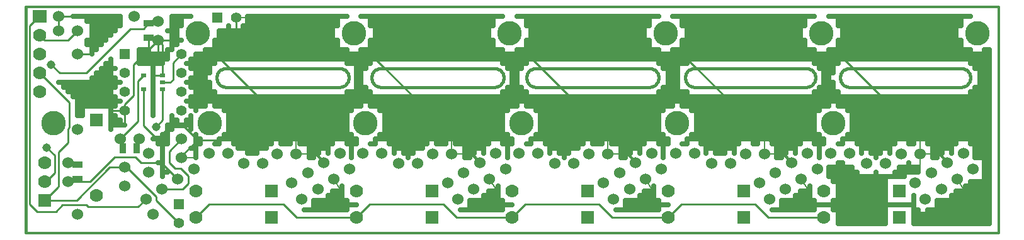
<source format=gbl>
G04 (created by PCBNEW-RS274X (20100406 SVN-R2508)-final) date 6/3/2010 9:57:37 PM*
G01*
G70*
G90*
%MOIN*%
G04 Gerber Fmt 3.4, Leading zero omitted, Abs format*
%FSLAX34Y34*%
G04 APERTURE LIST*
%ADD10C,0.006000*%
%ADD11C,0.012000*%
%ADD12C,0.015000*%
%ADD13C,0.070000*%
%ADD14R,0.070000X0.070000*%
%ADD15C,0.060000*%
%ADD16C,0.130000*%
%ADD17R,0.075000X0.070000*%
%ADD18R,0.030000X0.020000*%
%ADD19R,0.055000X0.035000*%
%ADD20R,0.035000X0.055000*%
%ADD21R,0.055000X0.055000*%
%ADD22C,0.055000*%
%ADD23C,0.045000*%
%ADD24C,0.010000*%
%ADD25C,0.008000*%
%ADD26C,0.025000*%
G04 APERTURE END LIST*
G54D10*
G54D11*
X72500Y-43250D02*
X21000Y-43250D01*
X72500Y-55250D02*
X72500Y-43250D01*
X21000Y-55250D02*
X72500Y-55250D01*
G54D12*
X70500Y-47500D02*
X70543Y-47498D01*
X70586Y-47492D01*
X70629Y-47482D01*
X70671Y-47469D01*
X70711Y-47453D01*
X70750Y-47433D01*
X70786Y-47409D01*
X70821Y-47383D01*
X70853Y-47353D01*
X70883Y-47321D01*
X70909Y-47286D01*
X70933Y-47249D01*
X70953Y-47211D01*
X70969Y-47171D01*
X70982Y-47129D01*
X70992Y-47086D01*
X70998Y-47043D01*
X71000Y-47000D01*
X71000Y-47000D02*
X70998Y-46957D01*
X70992Y-46914D01*
X70982Y-46871D01*
X70969Y-46829D01*
X70953Y-46789D01*
X70933Y-46751D01*
X70909Y-46714D01*
X70883Y-46679D01*
X70853Y-46647D01*
X70821Y-46617D01*
X70786Y-46591D01*
X70750Y-46567D01*
X70711Y-46547D01*
X70671Y-46531D01*
X70629Y-46518D01*
X70586Y-46508D01*
X70543Y-46502D01*
X70500Y-46500D01*
X64600Y-47500D02*
X70500Y-47500D01*
X70500Y-46500D02*
X64600Y-46500D01*
X21000Y-55200D02*
X21000Y-55000D01*
X54000Y-47500D02*
X48000Y-47500D01*
X31600Y-46500D02*
X31557Y-46502D01*
X31514Y-46508D01*
X31471Y-46518D01*
X31429Y-46531D01*
X31389Y-46547D01*
X31351Y-46567D01*
X31314Y-46591D01*
X31279Y-46617D01*
X31247Y-46647D01*
X31217Y-46679D01*
X31191Y-46714D01*
X31167Y-46751D01*
X31147Y-46789D01*
X31131Y-46829D01*
X31118Y-46871D01*
X31108Y-46914D01*
X31102Y-46957D01*
X31100Y-47000D01*
X31100Y-47000D02*
X31102Y-47043D01*
X31108Y-47086D01*
X31118Y-47129D01*
X31131Y-47171D01*
X31147Y-47211D01*
X31167Y-47249D01*
X31191Y-47286D01*
X31217Y-47321D01*
X31247Y-47353D01*
X31279Y-47383D01*
X31314Y-47409D01*
X31351Y-47433D01*
X31389Y-47453D01*
X31429Y-47469D01*
X31471Y-47482D01*
X31514Y-47492D01*
X31557Y-47498D01*
X31600Y-47500D01*
X37600Y-47500D02*
X37643Y-47498D01*
X37686Y-47492D01*
X37729Y-47482D01*
X37771Y-47469D01*
X37811Y-47453D01*
X37850Y-47433D01*
X37886Y-47409D01*
X37921Y-47383D01*
X37953Y-47353D01*
X37983Y-47321D01*
X38009Y-47286D01*
X38033Y-47249D01*
X38053Y-47211D01*
X38069Y-47171D01*
X38082Y-47129D01*
X38092Y-47086D01*
X38098Y-47043D01*
X38100Y-47000D01*
X38100Y-47000D02*
X38098Y-46957D01*
X38092Y-46914D01*
X38082Y-46871D01*
X38069Y-46829D01*
X38053Y-46789D01*
X38033Y-46751D01*
X38009Y-46714D01*
X37983Y-46679D01*
X37953Y-46647D01*
X37921Y-46617D01*
X37886Y-46591D01*
X37850Y-46567D01*
X37811Y-46547D01*
X37771Y-46531D01*
X37729Y-46518D01*
X37686Y-46508D01*
X37643Y-46502D01*
X37600Y-46500D01*
X39800Y-46500D02*
X39757Y-46502D01*
X39714Y-46508D01*
X39671Y-46518D01*
X39629Y-46531D01*
X39589Y-46547D01*
X39551Y-46567D01*
X39514Y-46591D01*
X39479Y-46617D01*
X39447Y-46647D01*
X39417Y-46679D01*
X39391Y-46714D01*
X39367Y-46751D01*
X39347Y-46789D01*
X39331Y-46829D01*
X39318Y-46871D01*
X39308Y-46914D01*
X39302Y-46957D01*
X39300Y-47000D01*
X39300Y-47000D02*
X39302Y-47043D01*
X39308Y-47086D01*
X39318Y-47129D01*
X39331Y-47171D01*
X39347Y-47211D01*
X39367Y-47249D01*
X39391Y-47286D01*
X39417Y-47321D01*
X39447Y-47353D01*
X39479Y-47383D01*
X39514Y-47409D01*
X39551Y-47433D01*
X39589Y-47453D01*
X39629Y-47469D01*
X39671Y-47482D01*
X39714Y-47492D01*
X39757Y-47498D01*
X39800Y-47500D01*
X45800Y-47500D02*
X45843Y-47498D01*
X45886Y-47492D01*
X45929Y-47482D01*
X45971Y-47469D01*
X46011Y-47453D01*
X46050Y-47433D01*
X46086Y-47409D01*
X46121Y-47383D01*
X46153Y-47353D01*
X46183Y-47321D01*
X46209Y-47286D01*
X46233Y-47249D01*
X46253Y-47211D01*
X46269Y-47171D01*
X46282Y-47129D01*
X46292Y-47086D01*
X46298Y-47043D01*
X46300Y-47000D01*
X46300Y-47000D02*
X46298Y-46957D01*
X46292Y-46914D01*
X46282Y-46871D01*
X46269Y-46829D01*
X46253Y-46789D01*
X46233Y-46751D01*
X46209Y-46714D01*
X46183Y-46679D01*
X46153Y-46647D01*
X46121Y-46617D01*
X46086Y-46591D01*
X46050Y-46567D01*
X46011Y-46547D01*
X45971Y-46531D01*
X45929Y-46518D01*
X45886Y-46508D01*
X45843Y-46502D01*
X45800Y-46500D01*
X48000Y-46500D02*
X47957Y-46502D01*
X47914Y-46508D01*
X47871Y-46518D01*
X47829Y-46531D01*
X47789Y-46547D01*
X47751Y-46567D01*
X47714Y-46591D01*
X47679Y-46617D01*
X47647Y-46647D01*
X47617Y-46679D01*
X47591Y-46714D01*
X47567Y-46751D01*
X47547Y-46789D01*
X47531Y-46829D01*
X47518Y-46871D01*
X47508Y-46914D01*
X47502Y-46957D01*
X47500Y-47000D01*
X47500Y-47000D02*
X47502Y-47043D01*
X47508Y-47086D01*
X47518Y-47129D01*
X47531Y-47171D01*
X47547Y-47211D01*
X47567Y-47249D01*
X47591Y-47286D01*
X47617Y-47321D01*
X47647Y-47353D01*
X47679Y-47383D01*
X47714Y-47409D01*
X47751Y-47433D01*
X47789Y-47453D01*
X47829Y-47469D01*
X47871Y-47482D01*
X47914Y-47492D01*
X47957Y-47498D01*
X48000Y-47500D01*
X54000Y-47500D02*
X54043Y-47498D01*
X54086Y-47492D01*
X54129Y-47482D01*
X54171Y-47469D01*
X54211Y-47453D01*
X54250Y-47433D01*
X54286Y-47409D01*
X54321Y-47383D01*
X54353Y-47353D01*
X54383Y-47321D01*
X54409Y-47286D01*
X54433Y-47249D01*
X54453Y-47211D01*
X54469Y-47171D01*
X54482Y-47129D01*
X54492Y-47086D01*
X54498Y-47043D01*
X54500Y-47000D01*
X54500Y-47000D02*
X54498Y-46957D01*
X54492Y-46914D01*
X54482Y-46871D01*
X54469Y-46829D01*
X54453Y-46789D01*
X54433Y-46751D01*
X54409Y-46714D01*
X54383Y-46679D01*
X54353Y-46647D01*
X54321Y-46617D01*
X54286Y-46591D01*
X54250Y-46567D01*
X54211Y-46547D01*
X54171Y-46531D01*
X54129Y-46518D01*
X54086Y-46508D01*
X54043Y-46502D01*
X54000Y-46500D01*
X55900Y-47000D02*
X55902Y-47043D01*
X55908Y-47086D01*
X55918Y-47129D01*
X55931Y-47171D01*
X55947Y-47211D01*
X55967Y-47249D01*
X55991Y-47286D01*
X56017Y-47321D01*
X56047Y-47353D01*
X56079Y-47383D01*
X56114Y-47409D01*
X56151Y-47433D01*
X56189Y-47453D01*
X56229Y-47469D01*
X56271Y-47482D01*
X56314Y-47492D01*
X56357Y-47498D01*
X56400Y-47500D01*
X56400Y-46500D02*
X56357Y-46502D01*
X56314Y-46508D01*
X56271Y-46518D01*
X56229Y-46531D01*
X56189Y-46547D01*
X56151Y-46567D01*
X56114Y-46591D01*
X56079Y-46617D01*
X56047Y-46647D01*
X56017Y-46679D01*
X55991Y-46714D01*
X55967Y-46751D01*
X55947Y-46789D01*
X55931Y-46829D01*
X55918Y-46871D01*
X55908Y-46914D01*
X55902Y-46957D01*
X55900Y-47000D01*
X62300Y-47500D02*
X62343Y-47498D01*
X62386Y-47492D01*
X62429Y-47482D01*
X62471Y-47469D01*
X62511Y-47453D01*
X62550Y-47433D01*
X62586Y-47409D01*
X62621Y-47383D01*
X62653Y-47353D01*
X62683Y-47321D01*
X62709Y-47286D01*
X62733Y-47249D01*
X62753Y-47211D01*
X62769Y-47171D01*
X62782Y-47129D01*
X62792Y-47086D01*
X62798Y-47043D01*
X62800Y-47000D01*
X62800Y-47000D02*
X62798Y-46957D01*
X62792Y-46914D01*
X62782Y-46871D01*
X62769Y-46829D01*
X62753Y-46789D01*
X62733Y-46751D01*
X62709Y-46714D01*
X62683Y-46679D01*
X62653Y-46647D01*
X62621Y-46617D01*
X62586Y-46591D01*
X62550Y-46567D01*
X62511Y-46547D01*
X62471Y-46531D01*
X62429Y-46518D01*
X62386Y-46508D01*
X62343Y-46502D01*
X62300Y-46500D01*
X31600Y-47500D02*
X37600Y-47500D01*
X37600Y-46500D02*
X31600Y-46500D01*
X39800Y-47500D02*
X45800Y-47500D01*
X45800Y-46500D02*
X39800Y-46500D01*
X54000Y-46500D02*
X48000Y-46500D01*
X56400Y-46500D02*
X62300Y-46500D01*
X62300Y-47500D02*
X56400Y-47500D01*
X64100Y-47000D02*
X64102Y-47043D01*
X64108Y-47086D01*
X64118Y-47129D01*
X64131Y-47171D01*
X64147Y-47211D01*
X64167Y-47249D01*
X64191Y-47286D01*
X64217Y-47321D01*
X64247Y-47353D01*
X64279Y-47383D01*
X64314Y-47409D01*
X64351Y-47433D01*
X64389Y-47453D01*
X64429Y-47469D01*
X64471Y-47482D01*
X64514Y-47492D01*
X64557Y-47498D01*
X64600Y-47500D01*
X64600Y-46500D02*
X64557Y-46502D01*
X64514Y-46508D01*
X64471Y-46518D01*
X64429Y-46531D01*
X64389Y-46547D01*
X64351Y-46567D01*
X64314Y-46591D01*
X64279Y-46617D01*
X64247Y-46647D01*
X64217Y-46679D01*
X64191Y-46714D01*
X64167Y-46751D01*
X64147Y-46789D01*
X64131Y-46829D01*
X64118Y-46871D01*
X64108Y-46914D01*
X64102Y-46957D01*
X64100Y-47000D01*
X21000Y-43250D02*
X21000Y-55000D01*
G54D13*
X24750Y-53250D03*
G54D14*
X24750Y-49250D03*
G54D13*
X63250Y-53000D03*
G54D14*
X67250Y-53000D03*
G54D13*
X63250Y-54400D03*
G54D14*
X67250Y-54400D03*
G54D13*
X55000Y-53000D03*
G54D14*
X59000Y-53000D03*
G54D13*
X55000Y-54400D03*
G54D14*
X59000Y-54400D03*
G54D13*
X46750Y-53000D03*
G54D14*
X50750Y-53000D03*
G54D13*
X46750Y-54400D03*
G54D14*
X50750Y-54400D03*
G54D13*
X38500Y-53000D03*
G54D14*
X42500Y-53000D03*
G54D13*
X38500Y-54400D03*
G54D14*
X42500Y-54400D03*
G54D13*
X30000Y-53000D03*
G54D14*
X34000Y-53000D03*
G54D13*
X30000Y-54400D03*
G54D14*
X34000Y-54400D03*
G54D15*
X23750Y-54250D03*
X27750Y-54250D03*
X23750Y-45750D03*
X23750Y-49750D03*
X22750Y-43750D03*
X26750Y-43750D03*
X37300Y-52375D03*
X36452Y-52905D03*
X35604Y-53435D03*
X38148Y-51845D03*
G54D16*
X38361Y-44637D03*
X30729Y-49407D03*
G54D15*
X45550Y-52375D03*
X44702Y-52905D03*
X43854Y-53435D03*
X46398Y-51845D03*
G54D16*
X46611Y-44637D03*
X38979Y-49407D03*
G54D15*
X53800Y-52375D03*
X52952Y-52905D03*
X52104Y-53435D03*
X54648Y-51845D03*
G54D16*
X54861Y-44637D03*
X47229Y-49407D03*
G54D15*
X62050Y-52375D03*
X61202Y-52905D03*
X60354Y-53435D03*
X62898Y-51845D03*
G54D16*
X63111Y-44637D03*
X55479Y-49407D03*
G54D15*
X70300Y-52375D03*
X69452Y-52905D03*
X68604Y-53435D03*
X71148Y-51845D03*
G54D16*
X71361Y-44637D03*
X63729Y-49407D03*
G54D15*
X29050Y-52375D03*
X28202Y-52905D03*
X27354Y-53435D03*
X29898Y-51845D03*
G54D16*
X30111Y-44637D03*
X22479Y-49407D03*
G54D15*
X69770Y-51527D03*
X68922Y-52057D03*
X68074Y-52587D03*
X70618Y-50997D03*
G54D16*
X71361Y-44637D03*
X63729Y-49407D03*
G54D15*
X61520Y-51527D03*
X60672Y-52057D03*
X59824Y-52587D03*
X62368Y-50997D03*
G54D16*
X63111Y-44637D03*
X55479Y-49407D03*
G54D15*
X53270Y-51527D03*
X52422Y-52057D03*
X51574Y-52587D03*
X54118Y-50997D03*
G54D16*
X54861Y-44637D03*
X47229Y-49407D03*
G54D15*
X45020Y-51527D03*
X44172Y-52057D03*
X43324Y-52587D03*
X45868Y-50997D03*
G54D16*
X46611Y-44637D03*
X38979Y-49407D03*
G54D15*
X36770Y-51527D03*
X35922Y-52057D03*
X35074Y-52587D03*
X37618Y-50997D03*
G54D16*
X38361Y-44637D03*
X30729Y-49407D03*
G54D15*
X29250Y-51250D03*
X29250Y-50250D03*
X51800Y-51050D03*
X50800Y-51050D03*
X32550Y-51550D03*
X33550Y-51550D03*
X39850Y-51000D03*
X38850Y-51000D03*
X31700Y-51000D03*
X30700Y-51000D03*
X40750Y-51550D03*
X41750Y-51550D03*
X43550Y-51050D03*
X42550Y-51050D03*
X35300Y-51050D03*
X34300Y-51050D03*
G54D17*
X21750Y-43750D03*
G54D13*
X21750Y-44750D03*
X21750Y-45740D03*
X21750Y-46760D03*
X21750Y-47750D03*
G54D18*
X28250Y-46875D03*
X28250Y-47625D03*
X27250Y-46875D03*
X28250Y-47250D03*
X27250Y-47625D03*
G54D15*
X48100Y-51000D03*
X47100Y-51000D03*
X26250Y-51750D03*
X26250Y-52750D03*
G54D19*
X23750Y-52375D03*
X23750Y-51625D03*
G54D15*
X23250Y-52500D03*
X23250Y-51500D03*
X23750Y-44500D03*
X22750Y-44500D03*
G54D20*
X26125Y-50750D03*
X26875Y-50750D03*
G54D15*
X26000Y-50250D03*
X27000Y-50250D03*
X26000Y-50250D03*
X27000Y-50250D03*
G54D19*
X27500Y-44125D03*
X27500Y-44875D03*
G54D15*
X28000Y-44000D03*
X28000Y-45000D03*
X28000Y-44000D03*
X28000Y-45000D03*
X68350Y-51050D03*
X67350Y-51050D03*
X56400Y-51000D03*
X55400Y-51000D03*
X57300Y-51550D03*
X58300Y-51550D03*
X64600Y-51000D03*
X63600Y-51000D03*
X65500Y-51550D03*
X66500Y-51550D03*
X27500Y-51000D03*
X27500Y-52000D03*
X49000Y-51550D03*
X50000Y-51550D03*
X60100Y-51050D03*
X59100Y-51050D03*
G54D21*
X26250Y-45750D03*
G54D22*
X26250Y-46750D03*
X26250Y-47750D03*
X26250Y-48750D03*
X29250Y-48750D03*
X29250Y-47750D03*
X29250Y-46750D03*
X29250Y-45750D03*
G54D13*
X22000Y-51500D03*
X22000Y-52500D03*
G54D14*
X22000Y-53500D03*
G54D21*
X31150Y-43800D03*
G54D22*
X32150Y-43800D03*
G54D21*
X29100Y-53700D03*
G54D22*
X29100Y-54700D03*
G54D23*
X22350Y-46300D03*
X22100Y-50700D03*
X27900Y-49600D03*
X29100Y-54700D03*
G54D24*
X28650Y-47250D02*
X28800Y-47100D01*
X28800Y-47100D02*
X28800Y-46200D01*
X28800Y-46200D02*
X29250Y-45750D01*
X28250Y-47250D02*
X28650Y-47250D01*
X22350Y-46300D02*
X22800Y-46750D01*
X22800Y-46750D02*
X24200Y-46750D01*
X24200Y-46750D02*
X26550Y-44400D01*
X26550Y-44400D02*
X27225Y-44400D01*
X27225Y-44400D02*
X27500Y-44125D01*
X31100Y-45800D02*
X30100Y-45800D01*
X69770Y-51527D02*
X69770Y-51470D01*
X69770Y-51470D02*
X64100Y-45800D01*
X27250Y-49550D02*
X27800Y-50100D01*
X32150Y-45800D02*
X31100Y-45800D01*
X27800Y-50100D02*
X28100Y-50100D01*
X28100Y-50100D02*
X28600Y-49600D01*
X28600Y-49600D02*
X29400Y-49600D01*
X29400Y-49600D02*
X30100Y-50300D01*
X61520Y-51527D02*
X61520Y-51520D01*
X32150Y-43800D02*
X32150Y-45800D01*
X61520Y-51520D02*
X55800Y-45800D01*
X53270Y-51527D02*
X53270Y-51470D01*
X53270Y-51470D02*
X47600Y-45800D01*
X45020Y-51527D02*
X45020Y-51520D01*
X45020Y-51520D02*
X39300Y-45800D01*
X28175Y-51500D02*
X29050Y-52375D01*
X36770Y-51527D02*
X36770Y-51470D01*
X36770Y-51470D02*
X31100Y-45800D01*
X23250Y-52500D02*
X24400Y-52500D01*
X24400Y-52500D02*
X25700Y-51200D01*
X29250Y-51250D02*
X29250Y-51150D01*
X31300Y-50300D02*
X33400Y-48200D01*
X30100Y-50300D02*
X31300Y-50300D01*
X29250Y-51150D02*
X30100Y-50300D01*
X22000Y-52500D02*
X22070Y-52500D01*
X22530Y-51130D02*
X22100Y-50700D01*
X22530Y-52040D02*
X22530Y-51130D01*
X22070Y-52500D02*
X22530Y-52040D01*
X27250Y-47625D02*
X27250Y-49550D01*
X39300Y-45800D02*
X32150Y-45800D01*
X47600Y-45800D02*
X39300Y-45800D01*
X55800Y-45800D02*
X47600Y-45800D01*
X64100Y-45800D02*
X55800Y-45800D01*
X27100Y-51500D02*
X28175Y-51500D01*
X26800Y-51200D02*
X27100Y-51500D01*
X25700Y-51200D02*
X26800Y-51200D01*
X28250Y-46875D02*
X28250Y-45250D01*
X28250Y-45250D02*
X28000Y-45000D01*
X29250Y-50250D02*
X28600Y-50900D01*
X29295Y-52905D02*
X28202Y-52905D01*
X29600Y-52600D02*
X29295Y-52905D01*
X29600Y-52200D02*
X29600Y-52600D01*
X29200Y-51800D02*
X29600Y-52200D01*
X28900Y-51800D02*
X29200Y-51800D01*
X28600Y-51500D02*
X28900Y-51800D01*
X28600Y-50900D02*
X28600Y-51500D01*
X28000Y-45000D02*
X26800Y-46200D01*
X26700Y-47950D02*
X26250Y-48400D01*
X26700Y-46300D02*
X26700Y-47950D01*
X26800Y-46200D02*
X26700Y-46300D01*
X26250Y-48400D02*
X26250Y-48750D01*
X21750Y-43750D02*
X21700Y-43750D01*
X21200Y-53700D02*
X21300Y-53800D01*
X21200Y-44250D02*
X21200Y-53700D01*
X21300Y-44150D02*
X21200Y-44250D01*
X21700Y-43750D02*
X21300Y-44150D01*
X21300Y-53800D02*
X21600Y-54100D01*
X22600Y-54100D02*
X22950Y-53750D01*
X22950Y-53750D02*
X24200Y-53750D01*
X24200Y-53750D02*
X24300Y-53850D01*
X24300Y-53850D02*
X26939Y-53850D01*
X26939Y-53850D02*
X27354Y-53435D01*
X21600Y-54100D02*
X22600Y-54100D01*
X26950Y-47920D02*
X26940Y-47910D01*
X26940Y-47185D02*
X27250Y-46875D01*
X26940Y-47910D02*
X26940Y-47185D01*
X26950Y-49300D02*
X26950Y-47920D01*
X26950Y-47920D02*
X26950Y-47925D01*
X26000Y-50250D02*
X26950Y-49300D01*
X28250Y-47625D02*
X28250Y-49250D01*
X28250Y-49250D02*
X27900Y-49600D01*
X63250Y-54400D02*
X60300Y-54400D01*
X51350Y-53700D02*
X47450Y-53700D01*
X59600Y-53700D02*
X55700Y-53700D01*
X55700Y-53700D02*
X55000Y-54400D01*
X60300Y-54400D02*
X59600Y-53700D01*
X55000Y-54400D02*
X52050Y-54400D01*
X47450Y-53700D02*
X46750Y-54400D01*
X52050Y-54400D02*
X51350Y-53700D01*
X46750Y-54400D02*
X43800Y-54400D01*
X39200Y-53700D02*
X38500Y-54400D01*
X43100Y-53700D02*
X39200Y-53700D01*
X43800Y-54400D02*
X43100Y-53700D01*
X38500Y-54400D02*
X35350Y-54400D01*
X35350Y-54400D02*
X34650Y-53700D01*
X34650Y-53700D02*
X30700Y-53700D01*
X30700Y-53700D02*
X30000Y-54400D01*
X21750Y-44750D02*
X22000Y-45000D01*
X23250Y-45000D02*
X23750Y-44500D01*
X22000Y-45000D02*
X23250Y-45000D01*
X21750Y-46750D02*
X23300Y-48300D01*
X25450Y-51750D02*
X26250Y-51750D01*
X23700Y-53500D02*
X25450Y-51750D01*
X22000Y-53500D02*
X23700Y-53500D01*
X23250Y-49700D02*
X23250Y-50450D01*
X22750Y-50950D02*
X23250Y-50450D01*
X22700Y-52800D02*
X22750Y-52750D01*
X23300Y-48300D02*
X23300Y-49650D01*
X23300Y-49650D02*
X23250Y-49700D01*
X22700Y-52800D02*
X22000Y-53500D01*
X27900Y-53500D02*
X27900Y-53300D01*
X27900Y-53300D02*
X26350Y-51750D01*
X26350Y-51750D02*
X26250Y-51750D01*
X29100Y-54700D02*
X27900Y-53500D01*
X22750Y-52750D02*
X22750Y-50950D01*
G54D25*
X32150Y-43800D02*
X32825Y-43800D01*
X32150Y-43800D02*
X32150Y-44475D01*
X60100Y-51050D02*
X60100Y-50350D01*
X60100Y-51050D02*
X60800Y-51050D01*
X68350Y-51050D02*
X68350Y-50350D01*
X68350Y-51050D02*
X69050Y-51050D01*
X68350Y-51050D02*
X68350Y-51750D01*
X35300Y-51050D02*
X35300Y-50350D01*
X35300Y-51050D02*
X36000Y-51050D01*
X43550Y-51050D02*
X43550Y-50350D01*
X43550Y-51050D02*
X44250Y-51050D01*
X51800Y-51050D02*
X51800Y-50350D01*
X51800Y-51050D02*
X52500Y-51050D01*
X29250Y-51250D02*
X29950Y-51250D01*
X36770Y-51527D02*
X36399Y-50933D01*
X45020Y-51527D02*
X44649Y-50933D01*
X53270Y-51527D02*
X52899Y-50933D01*
X61520Y-51527D02*
X61149Y-50933D01*
X69770Y-51527D02*
X69399Y-50933D01*
X70300Y-52375D02*
X70671Y-52969D01*
X62050Y-52375D02*
X62421Y-52969D01*
X37300Y-52375D02*
X37671Y-52969D01*
G54D26*
X72000Y-45500D02*
X72000Y-54750D01*
X71750Y-45500D02*
X71750Y-54750D01*
X71500Y-52500D02*
X71500Y-54750D01*
X71500Y-45750D02*
X71500Y-51250D01*
X71250Y-52500D02*
X71250Y-54750D01*
X71250Y-47500D02*
X71250Y-51250D01*
X71250Y-45750D02*
X71250Y-46500D01*
X71000Y-52500D02*
X71000Y-54750D01*
X71000Y-47750D02*
X71000Y-50500D01*
X71000Y-45500D02*
X71000Y-46250D01*
X70750Y-52750D02*
X70750Y-54750D01*
X70750Y-48000D02*
X70750Y-50250D01*
X70750Y-45500D02*
X70750Y-46000D01*
X70500Y-53000D02*
X70500Y-54750D01*
X70500Y-48000D02*
X70500Y-50250D01*
X70500Y-45000D02*
X70500Y-46000D01*
X70500Y-43750D02*
X70500Y-44250D01*
X70250Y-53000D02*
X70250Y-54750D01*
X70250Y-48000D02*
X70250Y-50500D01*
X70250Y-43750D02*
X70250Y-46000D01*
X70000Y-53250D02*
X70000Y-54750D01*
X70000Y-48000D02*
X70000Y-51000D01*
X70000Y-43750D02*
X70000Y-46000D01*
X69750Y-53500D02*
X69750Y-54750D01*
X69750Y-48000D02*
X69750Y-50750D01*
X69750Y-43750D02*
X69750Y-46000D01*
X69500Y-53500D02*
X69500Y-54750D01*
X69500Y-48000D02*
X69500Y-51000D01*
X69500Y-43750D02*
X69500Y-46000D01*
X69250Y-53500D02*
X69250Y-54750D01*
X69250Y-48000D02*
X69250Y-51250D01*
X69250Y-43750D02*
X69250Y-46000D01*
X69000Y-54000D02*
X69000Y-54750D01*
X69000Y-48000D02*
X69000Y-51250D01*
X69000Y-43750D02*
X69000Y-46000D01*
X68750Y-54000D02*
X68750Y-54750D01*
X68750Y-48000D02*
X68750Y-50500D01*
X68750Y-43750D02*
X68750Y-46000D01*
X68500Y-54250D02*
X68500Y-54750D01*
X68500Y-48000D02*
X68500Y-50250D01*
X68500Y-43750D02*
X68500Y-46000D01*
X68250Y-54000D02*
X68250Y-54750D01*
X68250Y-51750D02*
X68250Y-52000D01*
X68250Y-48000D02*
X68250Y-50250D01*
X68250Y-43750D02*
X68250Y-46000D01*
X68000Y-53250D02*
X68000Y-54750D01*
X68000Y-51750D02*
X68000Y-52000D01*
X68000Y-48000D02*
X68000Y-50500D01*
X68000Y-43750D02*
X68000Y-46000D01*
X67750Y-51500D02*
X67750Y-52000D01*
X67750Y-48000D02*
X67750Y-50500D01*
X67750Y-43750D02*
X67750Y-46000D01*
X67500Y-51750D02*
X67500Y-52250D01*
X67500Y-48000D02*
X67500Y-50250D01*
X67500Y-43750D02*
X67500Y-46000D01*
X67250Y-51750D02*
X67250Y-52250D01*
X67250Y-48000D02*
X67250Y-50250D01*
X67250Y-43750D02*
X67250Y-46000D01*
X67000Y-52000D02*
X67000Y-52250D01*
X67000Y-48000D02*
X67000Y-50500D01*
X67000Y-43750D02*
X67000Y-46000D01*
X66750Y-48000D02*
X66750Y-51000D01*
X66750Y-43750D02*
X66750Y-46000D01*
X66500Y-52250D02*
X66500Y-54750D01*
X66500Y-48000D02*
X66500Y-50750D01*
X66500Y-43750D02*
X66500Y-46000D01*
X66250Y-52250D02*
X66250Y-54750D01*
X66250Y-48000D02*
X66250Y-51000D01*
X66250Y-43750D02*
X66250Y-46000D01*
X66000Y-52000D02*
X66000Y-54750D01*
X66000Y-48000D02*
X66000Y-51250D01*
X66000Y-43750D02*
X66000Y-46000D01*
X65750Y-52250D02*
X65750Y-54750D01*
X65750Y-48000D02*
X65750Y-51000D01*
X65750Y-43750D02*
X65750Y-46000D01*
X65500Y-52250D02*
X65500Y-54750D01*
X65500Y-48000D02*
X65500Y-50750D01*
X65500Y-43750D02*
X65500Y-46000D01*
X65250Y-52250D02*
X65250Y-54750D01*
X65250Y-48000D02*
X65250Y-51000D01*
X65250Y-43750D02*
X65250Y-46000D01*
X65000Y-52000D02*
X65000Y-54750D01*
X65000Y-48000D02*
X65000Y-50500D01*
X65000Y-43750D02*
X65000Y-46000D01*
X64750Y-51750D02*
X64750Y-54750D01*
X64750Y-48000D02*
X64750Y-50250D01*
X64750Y-43750D02*
X64750Y-46000D01*
X64500Y-51750D02*
X64500Y-54750D01*
X64500Y-50000D02*
X64500Y-50250D01*
X64500Y-48000D02*
X64500Y-48750D01*
X64500Y-43750D02*
X64500Y-46000D01*
X64250Y-51500D02*
X64250Y-54750D01*
X64250Y-50250D02*
X64250Y-50500D01*
X64250Y-48000D02*
X64250Y-48500D01*
X64250Y-43750D02*
X64250Y-46000D01*
X64000Y-51500D02*
X64000Y-54750D01*
X64000Y-47750D02*
X64000Y-48500D01*
X64000Y-45000D02*
X64000Y-46250D01*
X64000Y-43750D02*
X64000Y-44250D01*
X63750Y-53500D02*
X63750Y-54000D01*
X63750Y-51750D02*
X63750Y-52500D01*
X63750Y-47250D02*
X63750Y-48250D01*
X63750Y-45500D02*
X63750Y-46750D01*
X63500Y-51750D02*
X63500Y-52250D01*
X63500Y-45500D02*
X63500Y-48500D01*
X63250Y-50250D02*
X63250Y-50500D01*
X63250Y-45750D02*
X63250Y-48500D01*
X63000Y-50000D02*
X63000Y-51250D01*
X63000Y-47500D02*
X63000Y-48750D01*
X63000Y-45750D02*
X63000Y-46500D01*
X62750Y-53500D02*
X62750Y-54000D01*
X62750Y-47750D02*
X62750Y-50500D01*
X62750Y-45500D02*
X62750Y-46250D01*
X62500Y-52750D02*
X62500Y-54000D01*
X62500Y-48000D02*
X62500Y-50250D01*
X62500Y-45500D02*
X62500Y-46000D01*
X62250Y-53000D02*
X62250Y-54000D01*
X62250Y-48000D02*
X62250Y-50250D01*
X62250Y-45000D02*
X62250Y-46000D01*
X62250Y-43750D02*
X62250Y-44250D01*
X62000Y-53000D02*
X62000Y-54000D01*
X62000Y-48000D02*
X62000Y-50500D01*
X62000Y-43750D02*
X62000Y-46000D01*
X61750Y-53250D02*
X61750Y-54000D01*
X61750Y-48000D02*
X61750Y-51000D01*
X61750Y-43750D02*
X61750Y-46000D01*
X61500Y-53500D02*
X61500Y-54000D01*
X61500Y-48000D02*
X61500Y-50750D01*
X61500Y-43750D02*
X61500Y-46000D01*
X61250Y-53500D02*
X61250Y-54000D01*
X61250Y-48000D02*
X61250Y-51000D01*
X61250Y-43750D02*
X61250Y-46000D01*
X61000Y-53500D02*
X61000Y-54000D01*
X61000Y-48000D02*
X61000Y-51250D01*
X61000Y-43750D02*
X61000Y-46000D01*
X60750Y-48000D02*
X60750Y-51250D01*
X60750Y-43750D02*
X60750Y-46000D01*
X60500Y-48000D02*
X60500Y-50500D01*
X60500Y-43750D02*
X60500Y-46000D01*
X60250Y-48000D02*
X60250Y-50250D01*
X60250Y-43750D02*
X60250Y-46000D01*
X60000Y-48000D02*
X60000Y-50250D01*
X60000Y-43750D02*
X60000Y-46000D01*
X59750Y-48000D02*
X59750Y-50500D01*
X59750Y-43750D02*
X59750Y-46000D01*
X59500Y-48000D02*
X59500Y-50500D01*
X59500Y-43750D02*
X59500Y-46000D01*
X59250Y-48000D02*
X59250Y-50250D01*
X59250Y-43750D02*
X59250Y-46000D01*
X59000Y-48000D02*
X59000Y-50250D01*
X59000Y-43750D02*
X59000Y-46000D01*
X58750Y-48000D02*
X58750Y-50500D01*
X58750Y-43750D02*
X58750Y-46000D01*
X58500Y-48000D02*
X58500Y-51000D01*
X58500Y-43750D02*
X58500Y-46000D01*
X58250Y-48000D02*
X58250Y-50750D01*
X58250Y-43750D02*
X58250Y-46000D01*
X58000Y-48000D02*
X58000Y-51000D01*
X58000Y-43750D02*
X58000Y-46000D01*
X57750Y-48000D02*
X57750Y-51000D01*
X57750Y-43750D02*
X57750Y-46000D01*
X57500Y-48000D02*
X57500Y-51000D01*
X57500Y-43750D02*
X57500Y-46000D01*
X57250Y-48000D02*
X57250Y-50750D01*
X57250Y-43750D02*
X57250Y-46000D01*
X57000Y-48000D02*
X57000Y-51000D01*
X57000Y-43750D02*
X57000Y-46000D01*
X56750Y-48000D02*
X56750Y-50500D01*
X56750Y-43750D02*
X56750Y-46000D01*
X56500Y-48000D02*
X56500Y-50250D01*
X56500Y-43750D02*
X56500Y-46000D01*
X56250Y-50000D02*
X56250Y-50250D01*
X56250Y-48000D02*
X56250Y-48750D01*
X56250Y-43750D02*
X56250Y-46000D01*
X56000Y-50250D02*
X56000Y-50500D01*
X56000Y-47750D02*
X56000Y-48500D01*
X56000Y-43750D02*
X56000Y-46250D01*
X55750Y-47750D02*
X55750Y-48500D01*
X55750Y-45000D02*
X55750Y-46250D01*
X55750Y-43750D02*
X55750Y-44250D01*
X55500Y-45500D02*
X55500Y-48250D01*
X55250Y-45500D02*
X55250Y-48500D01*
X55000Y-50250D02*
X55000Y-50500D01*
X55000Y-45750D02*
X55000Y-48500D01*
X54750Y-50000D02*
X54750Y-51250D01*
X54750Y-47500D02*
X54750Y-48750D01*
X54750Y-45750D02*
X54750Y-46500D01*
X54500Y-47750D02*
X54500Y-50500D01*
X54500Y-45500D02*
X54500Y-46250D01*
X54250Y-48000D02*
X54250Y-50250D01*
X54250Y-45500D02*
X54250Y-46000D01*
X54000Y-48000D02*
X54000Y-50250D01*
X54000Y-45000D02*
X54000Y-46000D01*
X54000Y-43750D02*
X54000Y-44250D01*
X53750Y-48000D02*
X53750Y-50500D01*
X53750Y-43750D02*
X53750Y-46000D01*
X53500Y-48000D02*
X53500Y-51000D01*
X53500Y-43750D02*
X53500Y-46000D01*
X53250Y-48000D02*
X53250Y-50750D01*
X53250Y-43750D02*
X53250Y-46000D01*
X53000Y-48000D02*
X53000Y-51000D01*
X53000Y-43750D02*
X53000Y-46000D01*
X52750Y-48000D02*
X52750Y-51250D01*
X52750Y-43750D02*
X52750Y-46000D01*
X52500Y-48000D02*
X52500Y-51250D01*
X52500Y-43750D02*
X52500Y-46000D01*
X52250Y-48000D02*
X52250Y-50500D01*
X52250Y-43750D02*
X52250Y-46000D01*
X52000Y-48000D02*
X52000Y-50500D01*
X52000Y-43750D02*
X52000Y-46000D01*
X51750Y-48000D02*
X51750Y-50250D01*
X51750Y-43750D02*
X51750Y-46000D01*
X51500Y-48000D02*
X51500Y-50500D01*
X51500Y-43750D02*
X51500Y-46000D01*
X51250Y-48000D02*
X51250Y-50500D01*
X51250Y-43750D02*
X51250Y-46000D01*
X51000Y-48000D02*
X51000Y-50500D01*
X51000Y-43750D02*
X51000Y-46000D01*
X50750Y-48000D02*
X50750Y-50250D01*
X50750Y-43750D02*
X50750Y-46000D01*
X50500Y-48000D02*
X50500Y-50500D01*
X50500Y-43750D02*
X50500Y-46000D01*
X50250Y-48000D02*
X50250Y-50750D01*
X50250Y-43750D02*
X50250Y-46000D01*
X50000Y-48000D02*
X50000Y-50750D01*
X50000Y-43750D02*
X50000Y-46000D01*
X49750Y-48000D02*
X49750Y-51000D01*
X49750Y-43750D02*
X49750Y-46000D01*
X49500Y-48000D02*
X49500Y-51250D01*
X49500Y-43750D02*
X49500Y-46000D01*
X49250Y-48000D02*
X49250Y-51000D01*
X49250Y-43750D02*
X49250Y-46000D01*
X49000Y-48000D02*
X49000Y-50750D01*
X49000Y-43750D02*
X49000Y-46000D01*
X48750Y-48000D02*
X48750Y-51000D01*
X48750Y-43750D02*
X48750Y-46000D01*
X48500Y-48000D02*
X48500Y-50500D01*
X48500Y-43750D02*
X48500Y-46000D01*
X48250Y-48000D02*
X48250Y-50250D01*
X48250Y-43750D02*
X48250Y-46000D01*
X48000Y-50000D02*
X48000Y-50250D01*
X48000Y-48000D02*
X48000Y-48750D01*
X48000Y-43750D02*
X48000Y-46000D01*
X47750Y-50250D02*
X47750Y-50500D01*
X47750Y-48000D02*
X47750Y-48500D01*
X47750Y-43750D02*
X47750Y-46000D01*
X47500Y-47750D02*
X47500Y-48500D01*
X47500Y-45000D02*
X47500Y-46250D01*
X47500Y-43750D02*
X47500Y-44250D01*
X47250Y-47500D02*
X47250Y-48250D01*
X47250Y-45500D02*
X47250Y-46500D01*
X47000Y-45500D02*
X47000Y-48500D01*
X46750Y-50250D02*
X46750Y-50500D01*
X46750Y-45750D02*
X46750Y-48500D01*
X46500Y-50000D02*
X46500Y-51250D01*
X46500Y-47500D02*
X46500Y-48750D01*
X46500Y-45750D02*
X46500Y-46500D01*
X46250Y-47750D02*
X46250Y-50500D01*
X46250Y-45500D02*
X46250Y-46250D01*
X46000Y-48000D02*
X46000Y-50250D01*
X46000Y-45500D02*
X46000Y-46000D01*
X45750Y-48000D02*
X45750Y-50250D01*
X45750Y-45000D02*
X45750Y-46000D01*
X45750Y-43750D02*
X45750Y-44250D01*
X45500Y-48000D02*
X45500Y-50500D01*
X45500Y-43750D02*
X45500Y-46000D01*
X45250Y-48000D02*
X45250Y-51000D01*
X45250Y-43750D02*
X45250Y-46000D01*
X45000Y-48000D02*
X45000Y-50750D01*
X45000Y-43750D02*
X45000Y-46000D01*
X44750Y-48000D02*
X44750Y-51000D01*
X44750Y-43750D02*
X44750Y-46000D01*
X44500Y-48000D02*
X44500Y-51250D01*
X44500Y-43750D02*
X44500Y-46000D01*
X44250Y-48000D02*
X44250Y-51250D01*
X44250Y-43750D02*
X44250Y-46000D01*
X44000Y-48000D02*
X44000Y-50500D01*
X44000Y-43750D02*
X44000Y-46000D01*
X43750Y-48000D02*
X43750Y-50500D01*
X43750Y-43750D02*
X43750Y-46000D01*
X43500Y-48000D02*
X43500Y-50250D01*
X43500Y-43750D02*
X43500Y-46000D01*
X43250Y-48000D02*
X43250Y-50500D01*
X43250Y-43750D02*
X43250Y-46000D01*
X43000Y-48000D02*
X43000Y-50500D01*
X43000Y-43750D02*
X43000Y-46000D01*
X42750Y-48000D02*
X42750Y-50500D01*
X42750Y-43750D02*
X42750Y-46000D01*
X42500Y-48000D02*
X42500Y-50250D01*
X42500Y-43750D02*
X42500Y-46000D01*
X42250Y-48000D02*
X42250Y-50500D01*
X42250Y-43750D02*
X42250Y-46000D01*
X42000Y-48000D02*
X42000Y-50750D01*
X42000Y-43750D02*
X42000Y-46000D01*
X41750Y-48000D02*
X41750Y-50750D01*
X41750Y-43750D02*
X41750Y-46000D01*
X41500Y-48000D02*
X41500Y-51000D01*
X41500Y-43750D02*
X41500Y-46000D01*
X41250Y-48000D02*
X41250Y-51250D01*
X41250Y-43750D02*
X41250Y-46000D01*
X41000Y-48000D02*
X41000Y-51000D01*
X41000Y-43750D02*
X41000Y-46000D01*
X40750Y-48000D02*
X40750Y-50750D01*
X40750Y-43750D02*
X40750Y-46000D01*
X40500Y-48000D02*
X40500Y-51000D01*
X40500Y-43750D02*
X40500Y-46000D01*
X40250Y-48000D02*
X40250Y-50500D01*
X40250Y-43750D02*
X40250Y-46000D01*
X40000Y-48000D02*
X40000Y-50250D01*
X40000Y-43750D02*
X40000Y-46000D01*
X39750Y-50000D02*
X39750Y-50250D01*
X39750Y-48000D02*
X39750Y-48750D01*
X39750Y-43750D02*
X39750Y-46000D01*
X39500Y-50250D02*
X39500Y-50500D01*
X39500Y-48000D02*
X39500Y-48500D01*
X39500Y-43750D02*
X39500Y-46000D01*
X39250Y-47750D02*
X39250Y-48500D01*
X39250Y-45000D02*
X39250Y-46250D01*
X39250Y-43750D02*
X39250Y-44250D01*
X39000Y-47500D02*
X39000Y-48250D01*
X39000Y-45500D02*
X39000Y-46500D01*
X38750Y-45500D02*
X38750Y-48500D01*
X38500Y-50250D02*
X38500Y-50500D01*
X38500Y-45750D02*
X38500Y-48500D01*
X38250Y-50000D02*
X38250Y-51250D01*
X38250Y-47750D02*
X38250Y-48750D01*
X38250Y-45750D02*
X38250Y-46250D01*
X38000Y-53500D02*
X38000Y-54000D01*
X38000Y-47750D02*
X38000Y-50500D01*
X38000Y-45500D02*
X38000Y-46250D01*
X37750Y-52750D02*
X37750Y-54000D01*
X37750Y-48000D02*
X37750Y-50250D01*
X37750Y-45500D02*
X37750Y-46000D01*
X37500Y-53000D02*
X37500Y-54000D01*
X37500Y-48000D02*
X37500Y-50250D01*
X37500Y-45000D02*
X37500Y-46000D01*
X37500Y-43750D02*
X37500Y-44250D01*
X37250Y-53000D02*
X37250Y-54000D01*
X37250Y-48000D02*
X37250Y-50500D01*
X37250Y-43750D02*
X37250Y-46000D01*
X37000Y-53250D02*
X37000Y-54000D01*
X37000Y-48000D02*
X37000Y-51000D01*
X37000Y-43750D02*
X37000Y-46000D01*
X36750Y-53500D02*
X36750Y-54000D01*
X36750Y-48000D02*
X36750Y-50750D01*
X36750Y-43750D02*
X36750Y-46000D01*
X36500Y-53500D02*
X36500Y-54000D01*
X36500Y-48000D02*
X36500Y-51000D01*
X36500Y-43750D02*
X36500Y-46000D01*
X36250Y-53500D02*
X36250Y-54000D01*
X36250Y-48000D02*
X36250Y-51250D01*
X36250Y-43750D02*
X36250Y-46000D01*
X36000Y-48000D02*
X36000Y-51250D01*
X36000Y-43750D02*
X36000Y-46000D01*
X35750Y-48000D02*
X35750Y-50500D01*
X35750Y-43750D02*
X35750Y-46000D01*
X35500Y-48000D02*
X35500Y-50500D01*
X35500Y-43750D02*
X35500Y-46000D01*
X35250Y-48000D02*
X35250Y-50250D01*
X35250Y-43750D02*
X35250Y-46000D01*
X35000Y-48000D02*
X35000Y-50500D01*
X35000Y-43750D02*
X35000Y-46000D01*
X34750Y-48000D02*
X34750Y-50500D01*
X34750Y-43750D02*
X34750Y-46000D01*
X34500Y-48000D02*
X34500Y-50500D01*
X34500Y-43750D02*
X34500Y-46000D01*
X34250Y-48000D02*
X34250Y-50250D01*
X34250Y-43750D02*
X34250Y-46000D01*
X34000Y-48000D02*
X34000Y-50500D01*
X34000Y-43750D02*
X34000Y-46000D01*
X33750Y-48000D02*
X33750Y-50750D01*
X33750Y-43750D02*
X33750Y-46000D01*
X33500Y-48000D02*
X33500Y-50750D01*
X33500Y-43750D02*
X33500Y-46000D01*
X33250Y-48000D02*
X33250Y-51000D01*
X33250Y-43750D02*
X33250Y-46000D01*
X33000Y-48000D02*
X33000Y-51000D01*
X33000Y-43750D02*
X33000Y-46000D01*
X32750Y-48000D02*
X32750Y-51000D01*
X32750Y-43750D02*
X32750Y-46000D01*
X32500Y-48000D02*
X32500Y-50750D01*
X32500Y-44250D02*
X32500Y-46000D01*
X32250Y-48000D02*
X32250Y-50750D01*
X32250Y-44500D02*
X32250Y-46000D01*
X32000Y-48000D02*
X32000Y-50500D01*
X32000Y-44500D02*
X32000Y-46000D01*
X31750Y-48000D02*
X31750Y-50250D01*
X31750Y-44250D02*
X31750Y-46000D01*
X31500Y-50000D02*
X31500Y-50250D01*
X31500Y-48000D02*
X31500Y-48750D01*
X31500Y-44500D02*
X31500Y-46000D01*
X31250Y-50250D02*
X31250Y-50500D01*
X31250Y-48000D02*
X31250Y-48500D01*
X31250Y-44500D02*
X31250Y-46000D01*
X31000Y-47750D02*
X31000Y-48500D01*
X31000Y-45000D02*
X31000Y-46250D01*
X30750Y-47250D02*
X30750Y-48250D01*
X30750Y-45500D02*
X30750Y-46750D01*
X30500Y-45500D02*
X30500Y-48500D01*
X30250Y-50250D02*
X30250Y-50500D01*
X30250Y-45750D02*
X30250Y-48500D01*
X30000Y-50000D02*
X30000Y-51250D01*
X30000Y-45750D02*
X30000Y-48750D01*
X29750Y-49000D02*
X29750Y-49750D01*
X29750Y-48000D02*
X29750Y-48500D01*
X29750Y-47000D02*
X29750Y-47500D01*
X29750Y-46000D02*
X29750Y-46500D01*
X29500Y-49250D02*
X29500Y-49500D01*
X29000Y-49250D02*
X29000Y-49500D01*
X28750Y-49000D02*
X28750Y-49750D01*
X28500Y-49500D02*
X28500Y-50500D01*
X28250Y-50000D02*
X28250Y-52250D01*
X28000Y-50250D02*
X28000Y-50500D01*
X68000Y-54750D02*
X72000Y-54750D01*
X64000Y-54750D02*
X66500Y-54750D01*
X68000Y-54500D02*
X72000Y-54500D01*
X64000Y-54500D02*
X66500Y-54500D01*
X68000Y-54250D02*
X72000Y-54250D01*
X64000Y-54250D02*
X66500Y-54250D01*
X68750Y-54000D02*
X72000Y-54000D01*
X68000Y-54000D02*
X68250Y-54000D01*
X63750Y-54000D02*
X66500Y-54000D01*
X60500Y-54000D02*
X62750Y-54000D01*
X35750Y-54000D02*
X38000Y-54000D01*
X69250Y-53750D02*
X72000Y-53750D01*
X61000Y-53750D02*
X68000Y-53750D01*
X36250Y-53750D02*
X38500Y-53750D01*
X69250Y-53500D02*
X72000Y-53500D01*
X63750Y-53500D02*
X66500Y-53500D01*
X61000Y-53500D02*
X62750Y-53500D01*
X36250Y-53500D02*
X38000Y-53500D01*
X70000Y-53250D02*
X72000Y-53250D01*
X64000Y-53250D02*
X66500Y-53250D01*
X61750Y-53250D02*
X62500Y-53250D01*
X37000Y-53250D02*
X37750Y-53250D01*
X70250Y-53000D02*
X72000Y-53000D01*
X64000Y-53000D02*
X66500Y-53000D01*
X62000Y-53000D02*
X62500Y-53000D01*
X37250Y-53000D02*
X37750Y-53000D01*
X70750Y-52750D02*
X72000Y-52750D01*
X64000Y-52750D02*
X66500Y-52750D01*
X71000Y-52500D02*
X72000Y-52500D01*
X63750Y-52500D02*
X66500Y-52500D01*
X71750Y-52250D02*
X72000Y-52250D01*
X63500Y-52250D02*
X67500Y-52250D01*
X71750Y-52000D02*
X72000Y-52000D01*
X67000Y-52000D02*
X68250Y-52000D01*
X63500Y-52000D02*
X65000Y-52000D01*
X28250Y-52000D02*
X28500Y-52000D01*
X71750Y-51750D02*
X72000Y-51750D01*
X67250Y-51750D02*
X68250Y-51750D01*
X63500Y-51750D02*
X64750Y-51750D01*
X71750Y-51500D02*
X72000Y-51500D01*
X64000Y-51500D02*
X64250Y-51500D01*
X28000Y-51500D02*
X28250Y-51500D01*
X71250Y-51250D02*
X72000Y-51250D01*
X69000Y-51250D02*
X69250Y-51250D01*
X60750Y-51250D02*
X61000Y-51250D01*
X52500Y-51250D02*
X52750Y-51250D01*
X44250Y-51250D02*
X44500Y-51250D01*
X36000Y-51250D02*
X36250Y-51250D01*
X71250Y-51000D02*
X72000Y-51000D01*
X69000Y-51000D02*
X69500Y-51000D01*
X65750Y-51000D02*
X66250Y-51000D01*
X60750Y-51000D02*
X61250Y-51000D01*
X57500Y-51000D02*
X58000Y-51000D01*
X52500Y-51000D02*
X53000Y-51000D01*
X49250Y-51000D02*
X49750Y-51000D01*
X44250Y-51000D02*
X44750Y-51000D01*
X41000Y-51000D02*
X41500Y-51000D01*
X36000Y-51000D02*
X36500Y-51000D01*
X32750Y-51000D02*
X33250Y-51000D01*
X71250Y-50750D02*
X72000Y-50750D01*
X69000Y-50750D02*
X70000Y-50750D01*
X65250Y-50750D02*
X66750Y-50750D01*
X60750Y-50750D02*
X61750Y-50750D01*
X57000Y-50750D02*
X58500Y-50750D01*
X52500Y-50750D02*
X53500Y-50750D01*
X48750Y-50750D02*
X50250Y-50750D01*
X44250Y-50750D02*
X45250Y-50750D01*
X40500Y-50750D02*
X42000Y-50750D01*
X36000Y-50750D02*
X37000Y-50750D01*
X32250Y-50750D02*
X33750Y-50750D01*
X29750Y-50750D02*
X30000Y-50750D01*
X71000Y-50500D02*
X72000Y-50500D01*
X68750Y-50500D02*
X70250Y-50500D01*
X67750Y-50500D02*
X68000Y-50500D01*
X65000Y-50500D02*
X67000Y-50500D01*
X64000Y-50500D02*
X64250Y-50500D01*
X62750Y-50500D02*
X63250Y-50500D01*
X60500Y-50500D02*
X62000Y-50500D01*
X59500Y-50500D02*
X59750Y-50500D01*
X56750Y-50500D02*
X58750Y-50500D01*
X55750Y-50500D02*
X56000Y-50500D01*
X54500Y-50500D02*
X55000Y-50500D01*
X52000Y-50500D02*
X53750Y-50500D01*
X51000Y-50500D02*
X51500Y-50500D01*
X48500Y-50500D02*
X50500Y-50500D01*
X47500Y-50500D02*
X47750Y-50500D01*
X46250Y-50500D02*
X46750Y-50500D01*
X43750Y-50500D02*
X45500Y-50500D01*
X42750Y-50500D02*
X43250Y-50500D01*
X40250Y-50500D02*
X42250Y-50500D01*
X39250Y-50500D02*
X39500Y-50500D01*
X38000Y-50500D02*
X38500Y-50500D01*
X35500Y-50500D02*
X37250Y-50500D01*
X34500Y-50500D02*
X35000Y-50500D01*
X32000Y-50500D02*
X34000Y-50500D01*
X31000Y-50500D02*
X31250Y-50500D01*
X30000Y-50500D02*
X30250Y-50500D01*
X28000Y-50500D02*
X28500Y-50500D01*
X64250Y-50250D02*
X72000Y-50250D01*
X56000Y-50250D02*
X63250Y-50250D01*
X47750Y-50250D02*
X55000Y-50250D01*
X39500Y-50250D02*
X46750Y-50250D01*
X31250Y-50250D02*
X38500Y-50250D01*
X30000Y-50250D02*
X30250Y-50250D01*
X27750Y-50250D02*
X28500Y-50250D01*
X64500Y-50000D02*
X72000Y-50000D01*
X56250Y-50000D02*
X63000Y-50000D01*
X48000Y-50000D02*
X54750Y-50000D01*
X39750Y-50000D02*
X46500Y-50000D01*
X31500Y-50000D02*
X38250Y-50000D01*
X28250Y-50000D02*
X28500Y-50000D01*
X64750Y-49750D02*
X72000Y-49750D01*
X56500Y-49750D02*
X62750Y-49750D01*
X48250Y-49750D02*
X54500Y-49750D01*
X40000Y-49750D02*
X46250Y-49750D01*
X31750Y-49750D02*
X38000Y-49750D01*
X28500Y-49750D02*
X28750Y-49750D01*
X64750Y-49500D02*
X72000Y-49500D01*
X56500Y-49500D02*
X62750Y-49500D01*
X48250Y-49500D02*
X54500Y-49500D01*
X40000Y-49500D02*
X46250Y-49500D01*
X31750Y-49500D02*
X38000Y-49500D01*
X28500Y-49500D02*
X29750Y-49500D01*
X64750Y-49250D02*
X72000Y-49250D01*
X56500Y-49250D02*
X62750Y-49250D01*
X48250Y-49250D02*
X54500Y-49250D01*
X40000Y-49250D02*
X46250Y-49250D01*
X31750Y-49250D02*
X38000Y-49250D01*
X29500Y-49250D02*
X29750Y-49250D01*
X28750Y-49250D02*
X29000Y-49250D01*
X64750Y-49000D02*
X72000Y-49000D01*
X56500Y-49000D02*
X62750Y-49000D01*
X48250Y-49000D02*
X54500Y-49000D01*
X40000Y-49000D02*
X46250Y-49000D01*
X31750Y-49000D02*
X38000Y-49000D01*
X64500Y-48750D02*
X72000Y-48750D01*
X56250Y-48750D02*
X63000Y-48750D01*
X48000Y-48750D02*
X54750Y-48750D01*
X39750Y-48750D02*
X46500Y-48750D01*
X31500Y-48750D02*
X38250Y-48750D01*
X64000Y-48500D02*
X72000Y-48500D01*
X55750Y-48500D02*
X63500Y-48500D01*
X47500Y-48500D02*
X55250Y-48500D01*
X39250Y-48500D02*
X47000Y-48500D01*
X31000Y-48500D02*
X38750Y-48500D01*
X29750Y-48500D02*
X30500Y-48500D01*
X29500Y-48250D02*
X72000Y-48250D01*
X29750Y-48000D02*
X72000Y-48000D01*
X71000Y-47750D02*
X72000Y-47750D01*
X62750Y-47750D02*
X64000Y-47750D01*
X54500Y-47750D02*
X56000Y-47750D01*
X46250Y-47750D02*
X47500Y-47750D01*
X38000Y-47750D02*
X39250Y-47750D01*
X30000Y-47750D02*
X31000Y-47750D01*
X71250Y-47500D02*
X72000Y-47500D01*
X63000Y-47500D02*
X63750Y-47500D01*
X54750Y-47500D02*
X55500Y-47500D01*
X46500Y-47500D02*
X47250Y-47500D01*
X38500Y-47500D02*
X39000Y-47500D01*
X29750Y-47500D02*
X30750Y-47500D01*
X71500Y-47250D02*
X72000Y-47250D01*
X63250Y-47250D02*
X63750Y-47250D01*
X55000Y-47250D02*
X55500Y-47250D01*
X46750Y-47250D02*
X47000Y-47250D01*
X38500Y-47250D02*
X38750Y-47250D01*
X29500Y-47250D02*
X30750Y-47250D01*
X71500Y-47000D02*
X72000Y-47000D01*
X63250Y-47000D02*
X63500Y-47000D01*
X55000Y-47000D02*
X55500Y-47000D01*
X46750Y-47000D02*
X47000Y-47000D01*
X38500Y-47000D02*
X38750Y-47000D01*
X29750Y-47000D02*
X30500Y-47000D01*
X71500Y-46750D02*
X72000Y-46750D01*
X63250Y-46750D02*
X63750Y-46750D01*
X55000Y-46750D02*
X55500Y-46750D01*
X46750Y-46750D02*
X47000Y-46750D01*
X38500Y-46750D02*
X38750Y-46750D01*
X30000Y-46750D02*
X30750Y-46750D01*
X71250Y-46500D02*
X72000Y-46500D01*
X63000Y-46500D02*
X63750Y-46500D01*
X54750Y-46500D02*
X55500Y-46500D01*
X46500Y-46500D02*
X47250Y-46500D01*
X38500Y-46500D02*
X39000Y-46500D01*
X29750Y-46500D02*
X30750Y-46500D01*
X71000Y-46250D02*
X72000Y-46250D01*
X62750Y-46250D02*
X64000Y-46250D01*
X54500Y-46250D02*
X56000Y-46250D01*
X46250Y-46250D02*
X47500Y-46250D01*
X38000Y-46250D02*
X39250Y-46250D01*
X29500Y-46250D02*
X31000Y-46250D01*
X29750Y-46000D02*
X72000Y-46000D01*
X30000Y-45750D02*
X72000Y-45750D01*
X71750Y-45500D02*
X72000Y-45500D01*
X63500Y-45500D02*
X71000Y-45500D01*
X55250Y-45500D02*
X62750Y-45500D01*
X47000Y-45500D02*
X54500Y-45500D01*
X38750Y-45500D02*
X46250Y-45500D01*
X30500Y-45500D02*
X38000Y-45500D01*
X64000Y-45250D02*
X70500Y-45250D01*
X55750Y-45250D02*
X62250Y-45250D01*
X47500Y-45250D02*
X54000Y-45250D01*
X39250Y-45250D02*
X45750Y-45250D01*
X31000Y-45250D02*
X37500Y-45250D01*
X64000Y-45000D02*
X70500Y-45000D01*
X55750Y-45000D02*
X62250Y-45000D01*
X47500Y-45000D02*
X54000Y-45000D01*
X39250Y-45000D02*
X45750Y-45000D01*
X31000Y-45000D02*
X37500Y-45000D01*
X64250Y-44750D02*
X70250Y-44750D01*
X56000Y-44750D02*
X62000Y-44750D01*
X47750Y-44750D02*
X53750Y-44750D01*
X39500Y-44750D02*
X45500Y-44750D01*
X31250Y-44750D02*
X37250Y-44750D01*
X64250Y-44500D02*
X70250Y-44500D01*
X56000Y-44500D02*
X62000Y-44500D01*
X47750Y-44500D02*
X53750Y-44500D01*
X39500Y-44500D02*
X45500Y-44500D01*
X31250Y-44500D02*
X37250Y-44500D01*
X64000Y-44250D02*
X70500Y-44250D01*
X55750Y-44250D02*
X62250Y-44250D01*
X47500Y-44250D02*
X54000Y-44250D01*
X39250Y-44250D02*
X45750Y-44250D01*
X32500Y-44250D02*
X37500Y-44250D01*
X64000Y-44000D02*
X70500Y-44000D01*
X55750Y-44000D02*
X62250Y-44000D01*
X47500Y-44000D02*
X54000Y-44000D01*
X39250Y-44000D02*
X45750Y-44000D01*
X32750Y-44000D02*
X37500Y-44000D01*
X63500Y-43750D02*
X71000Y-43750D01*
X55250Y-43750D02*
X62750Y-43750D01*
X47000Y-43750D02*
X54500Y-43750D01*
X38750Y-43750D02*
X46250Y-43750D01*
X32750Y-43750D02*
X38000Y-43750D01*
G54D25*
X32150Y-43800D02*
X32825Y-43800D01*
X32150Y-43800D02*
X32150Y-44475D01*
X60100Y-51050D02*
X60100Y-50350D01*
X60100Y-51050D02*
X60800Y-51050D01*
X68350Y-51050D02*
X68350Y-50350D01*
X68350Y-51050D02*
X69050Y-51050D01*
X68350Y-51050D02*
X68350Y-51750D01*
X35300Y-51050D02*
X35300Y-50350D01*
X35300Y-51050D02*
X36000Y-51050D01*
X43550Y-51050D02*
X43550Y-50350D01*
X43550Y-51050D02*
X44250Y-51050D01*
X51800Y-51050D02*
X51800Y-50350D01*
X51800Y-51050D02*
X52500Y-51050D01*
X29250Y-51250D02*
X29950Y-51250D01*
X36770Y-51527D02*
X36399Y-50933D01*
X45020Y-51527D02*
X44649Y-50933D01*
X53270Y-51527D02*
X52899Y-50933D01*
X61520Y-51527D02*
X61149Y-50933D01*
X69770Y-51527D02*
X69399Y-50933D01*
X70300Y-52375D02*
X70671Y-52969D01*
X62050Y-52375D02*
X62421Y-52969D01*
X45550Y-52375D02*
X45921Y-52969D01*
G54D26*
X72000Y-45500D02*
X72000Y-54750D01*
X71750Y-45500D02*
X71750Y-54750D01*
X71500Y-52500D02*
X71500Y-54750D01*
X71500Y-45750D02*
X71500Y-51250D01*
X71250Y-52500D02*
X71250Y-54750D01*
X71250Y-47500D02*
X71250Y-51250D01*
X71250Y-45750D02*
X71250Y-46500D01*
X71000Y-52500D02*
X71000Y-54750D01*
X71000Y-47750D02*
X71000Y-50500D01*
X71000Y-45500D02*
X71000Y-46250D01*
X70750Y-52750D02*
X70750Y-54750D01*
X70750Y-48000D02*
X70750Y-50250D01*
X70750Y-45500D02*
X70750Y-46000D01*
X70500Y-53000D02*
X70500Y-54750D01*
X70500Y-48000D02*
X70500Y-50250D01*
X70500Y-45000D02*
X70500Y-46000D01*
X70500Y-43750D02*
X70500Y-44250D01*
X70250Y-53000D02*
X70250Y-54750D01*
X70250Y-48000D02*
X70250Y-50500D01*
X70250Y-43750D02*
X70250Y-46000D01*
X70000Y-53250D02*
X70000Y-54750D01*
X70000Y-48000D02*
X70000Y-51000D01*
X70000Y-43750D02*
X70000Y-46000D01*
X69750Y-53500D02*
X69750Y-54750D01*
X69750Y-48000D02*
X69750Y-50750D01*
X69750Y-43750D02*
X69750Y-46000D01*
X69500Y-53500D02*
X69500Y-54750D01*
X69500Y-48000D02*
X69500Y-51000D01*
X69500Y-43750D02*
X69500Y-46000D01*
X69250Y-53500D02*
X69250Y-54750D01*
X69250Y-48000D02*
X69250Y-51250D01*
X69250Y-43750D02*
X69250Y-46000D01*
X69000Y-54000D02*
X69000Y-54750D01*
X69000Y-48000D02*
X69000Y-51250D01*
X69000Y-43750D02*
X69000Y-46000D01*
X68750Y-54000D02*
X68750Y-54750D01*
X68750Y-48000D02*
X68750Y-50500D01*
X68750Y-43750D02*
X68750Y-46000D01*
X68500Y-54250D02*
X68500Y-54750D01*
X68500Y-48000D02*
X68500Y-50250D01*
X68500Y-43750D02*
X68500Y-46000D01*
X68250Y-54000D02*
X68250Y-54750D01*
X68250Y-51750D02*
X68250Y-52000D01*
X68250Y-48000D02*
X68250Y-50250D01*
X68250Y-43750D02*
X68250Y-46000D01*
X68000Y-53250D02*
X68000Y-54750D01*
X68000Y-51750D02*
X68000Y-52000D01*
X68000Y-48000D02*
X68000Y-50500D01*
X68000Y-43750D02*
X68000Y-46000D01*
X67750Y-51500D02*
X67750Y-52000D01*
X67750Y-48000D02*
X67750Y-50500D01*
X67750Y-43750D02*
X67750Y-46000D01*
X67500Y-51750D02*
X67500Y-52250D01*
X67500Y-48000D02*
X67500Y-50250D01*
X67500Y-43750D02*
X67500Y-46000D01*
X67250Y-51750D02*
X67250Y-52250D01*
X67250Y-48000D02*
X67250Y-50250D01*
X67250Y-43750D02*
X67250Y-46000D01*
X67000Y-52000D02*
X67000Y-52250D01*
X67000Y-48000D02*
X67000Y-50500D01*
X67000Y-43750D02*
X67000Y-46000D01*
X66750Y-48000D02*
X66750Y-51000D01*
X66750Y-43750D02*
X66750Y-46000D01*
X66500Y-52250D02*
X66500Y-54750D01*
X66500Y-48000D02*
X66500Y-50750D01*
X66500Y-43750D02*
X66500Y-46000D01*
X66250Y-52250D02*
X66250Y-54750D01*
X66250Y-48000D02*
X66250Y-51000D01*
X66250Y-43750D02*
X66250Y-46000D01*
X66000Y-52000D02*
X66000Y-54750D01*
X66000Y-48000D02*
X66000Y-51250D01*
X66000Y-43750D02*
X66000Y-46000D01*
X65750Y-52250D02*
X65750Y-54750D01*
X65750Y-48000D02*
X65750Y-51000D01*
X65750Y-43750D02*
X65750Y-46000D01*
X65500Y-52250D02*
X65500Y-54750D01*
X65500Y-48000D02*
X65500Y-50750D01*
X65500Y-43750D02*
X65500Y-46000D01*
X65250Y-52250D02*
X65250Y-54750D01*
X65250Y-48000D02*
X65250Y-51000D01*
X65250Y-43750D02*
X65250Y-46000D01*
X65000Y-52000D02*
X65000Y-54750D01*
X65000Y-48000D02*
X65000Y-50500D01*
X65000Y-43750D02*
X65000Y-46000D01*
X64750Y-51750D02*
X64750Y-54750D01*
X64750Y-48000D02*
X64750Y-50250D01*
X64750Y-43750D02*
X64750Y-46000D01*
X64500Y-51750D02*
X64500Y-54750D01*
X64500Y-50000D02*
X64500Y-50250D01*
X64500Y-48000D02*
X64500Y-48750D01*
X64500Y-43750D02*
X64500Y-46000D01*
X64250Y-51500D02*
X64250Y-54750D01*
X64250Y-50250D02*
X64250Y-50500D01*
X64250Y-48000D02*
X64250Y-48500D01*
X64250Y-43750D02*
X64250Y-46000D01*
X64000Y-51500D02*
X64000Y-54750D01*
X64000Y-47750D02*
X64000Y-48500D01*
X64000Y-45000D02*
X64000Y-46250D01*
X64000Y-43750D02*
X64000Y-44250D01*
X63750Y-53500D02*
X63750Y-54000D01*
X63750Y-51750D02*
X63750Y-52500D01*
X63750Y-47250D02*
X63750Y-48250D01*
X63750Y-45500D02*
X63750Y-46750D01*
X63500Y-51750D02*
X63500Y-52250D01*
X63500Y-45500D02*
X63500Y-48500D01*
X63250Y-50250D02*
X63250Y-50500D01*
X63250Y-45750D02*
X63250Y-48500D01*
X63000Y-50000D02*
X63000Y-51250D01*
X63000Y-47500D02*
X63000Y-48750D01*
X63000Y-45750D02*
X63000Y-46500D01*
X62750Y-53500D02*
X62750Y-54000D01*
X62750Y-47750D02*
X62750Y-50500D01*
X62750Y-45500D02*
X62750Y-46250D01*
X62500Y-52750D02*
X62500Y-54000D01*
X62500Y-48000D02*
X62500Y-50250D01*
X62500Y-45500D02*
X62500Y-46000D01*
X62250Y-53000D02*
X62250Y-54000D01*
X62250Y-48000D02*
X62250Y-50250D01*
X62250Y-45000D02*
X62250Y-46000D01*
X62250Y-43750D02*
X62250Y-44250D01*
X62000Y-53000D02*
X62000Y-54000D01*
X62000Y-48000D02*
X62000Y-50500D01*
X62000Y-43750D02*
X62000Y-46000D01*
X61750Y-53250D02*
X61750Y-54000D01*
X61750Y-48000D02*
X61750Y-51000D01*
X61750Y-43750D02*
X61750Y-46000D01*
X61500Y-53500D02*
X61500Y-54000D01*
X61500Y-48000D02*
X61500Y-50750D01*
X61500Y-43750D02*
X61500Y-46000D01*
X61250Y-53500D02*
X61250Y-54000D01*
X61250Y-48000D02*
X61250Y-51000D01*
X61250Y-43750D02*
X61250Y-46000D01*
X61000Y-53500D02*
X61000Y-54000D01*
X61000Y-48000D02*
X61000Y-51250D01*
X61000Y-43750D02*
X61000Y-46000D01*
X60750Y-48000D02*
X60750Y-51250D01*
X60750Y-43750D02*
X60750Y-46000D01*
X60500Y-48000D02*
X60500Y-50500D01*
X60500Y-43750D02*
X60500Y-46000D01*
X60250Y-48000D02*
X60250Y-50250D01*
X60250Y-43750D02*
X60250Y-46000D01*
X60000Y-48000D02*
X60000Y-50250D01*
X60000Y-43750D02*
X60000Y-46000D01*
X59750Y-48000D02*
X59750Y-50500D01*
X59750Y-43750D02*
X59750Y-46000D01*
X59500Y-48000D02*
X59500Y-50500D01*
X59500Y-43750D02*
X59500Y-46000D01*
X59250Y-48000D02*
X59250Y-50250D01*
X59250Y-43750D02*
X59250Y-46000D01*
X59000Y-48000D02*
X59000Y-50250D01*
X59000Y-43750D02*
X59000Y-46000D01*
X58750Y-48000D02*
X58750Y-50500D01*
X58750Y-43750D02*
X58750Y-46000D01*
X58500Y-48000D02*
X58500Y-51000D01*
X58500Y-43750D02*
X58500Y-46000D01*
X58250Y-48000D02*
X58250Y-50750D01*
X58250Y-43750D02*
X58250Y-46000D01*
X58000Y-48000D02*
X58000Y-51000D01*
X58000Y-43750D02*
X58000Y-46000D01*
X57750Y-48000D02*
X57750Y-51000D01*
X57750Y-43750D02*
X57750Y-46000D01*
X57500Y-48000D02*
X57500Y-51000D01*
X57500Y-43750D02*
X57500Y-46000D01*
X57250Y-48000D02*
X57250Y-50750D01*
X57250Y-43750D02*
X57250Y-46000D01*
X57000Y-48000D02*
X57000Y-51000D01*
X57000Y-43750D02*
X57000Y-46000D01*
X56750Y-48000D02*
X56750Y-50500D01*
X56750Y-43750D02*
X56750Y-46000D01*
X56500Y-48000D02*
X56500Y-50250D01*
X56500Y-43750D02*
X56500Y-46000D01*
X56250Y-50000D02*
X56250Y-50250D01*
X56250Y-48000D02*
X56250Y-48750D01*
X56250Y-43750D02*
X56250Y-46000D01*
X56000Y-50250D02*
X56000Y-50500D01*
X56000Y-47750D02*
X56000Y-48500D01*
X56000Y-43750D02*
X56000Y-46250D01*
X55750Y-47750D02*
X55750Y-48500D01*
X55750Y-45000D02*
X55750Y-46250D01*
X55750Y-43750D02*
X55750Y-44250D01*
X55500Y-45500D02*
X55500Y-48250D01*
X55250Y-45500D02*
X55250Y-48500D01*
X55000Y-50250D02*
X55000Y-50500D01*
X55000Y-45750D02*
X55000Y-48500D01*
X54750Y-50000D02*
X54750Y-51250D01*
X54750Y-47500D02*
X54750Y-48750D01*
X54750Y-45750D02*
X54750Y-46500D01*
X54500Y-47750D02*
X54500Y-50500D01*
X54500Y-45500D02*
X54500Y-46250D01*
X54250Y-48000D02*
X54250Y-50250D01*
X54250Y-45500D02*
X54250Y-46000D01*
X54000Y-48000D02*
X54000Y-50250D01*
X54000Y-45000D02*
X54000Y-46000D01*
X54000Y-43750D02*
X54000Y-44250D01*
X53750Y-48000D02*
X53750Y-50500D01*
X53750Y-43750D02*
X53750Y-46000D01*
X53500Y-48000D02*
X53500Y-51000D01*
X53500Y-43750D02*
X53500Y-46000D01*
X53250Y-48000D02*
X53250Y-50750D01*
X53250Y-43750D02*
X53250Y-46000D01*
X53000Y-48000D02*
X53000Y-51000D01*
X53000Y-43750D02*
X53000Y-46000D01*
X52750Y-48000D02*
X52750Y-51250D01*
X52750Y-43750D02*
X52750Y-46000D01*
X52500Y-48000D02*
X52500Y-51250D01*
X52500Y-43750D02*
X52500Y-46000D01*
X52250Y-48000D02*
X52250Y-50500D01*
X52250Y-43750D02*
X52250Y-46000D01*
X52000Y-48000D02*
X52000Y-50500D01*
X52000Y-43750D02*
X52000Y-46000D01*
X51750Y-48000D02*
X51750Y-50250D01*
X51750Y-43750D02*
X51750Y-46000D01*
X51500Y-48000D02*
X51500Y-50500D01*
X51500Y-43750D02*
X51500Y-46000D01*
X51250Y-48000D02*
X51250Y-50500D01*
X51250Y-43750D02*
X51250Y-46000D01*
X51000Y-48000D02*
X51000Y-50500D01*
X51000Y-43750D02*
X51000Y-46000D01*
X50750Y-48000D02*
X50750Y-50250D01*
X50750Y-43750D02*
X50750Y-46000D01*
X50500Y-48000D02*
X50500Y-50500D01*
X50500Y-43750D02*
X50500Y-46000D01*
X50250Y-48000D02*
X50250Y-50750D01*
X50250Y-43750D02*
X50250Y-46000D01*
X50000Y-48000D02*
X50000Y-50750D01*
X50000Y-43750D02*
X50000Y-46000D01*
X49750Y-48000D02*
X49750Y-51000D01*
X49750Y-43750D02*
X49750Y-46000D01*
X49500Y-48000D02*
X49500Y-51250D01*
X49500Y-43750D02*
X49500Y-46000D01*
X49250Y-48000D02*
X49250Y-51000D01*
X49250Y-43750D02*
X49250Y-46000D01*
X49000Y-48000D02*
X49000Y-50750D01*
X49000Y-43750D02*
X49000Y-46000D01*
X48750Y-48000D02*
X48750Y-51000D01*
X48750Y-43750D02*
X48750Y-46000D01*
X48500Y-48000D02*
X48500Y-50500D01*
X48500Y-43750D02*
X48500Y-46000D01*
X48250Y-48000D02*
X48250Y-50250D01*
X48250Y-43750D02*
X48250Y-46000D01*
X48000Y-50000D02*
X48000Y-50250D01*
X48000Y-48000D02*
X48000Y-48750D01*
X48000Y-43750D02*
X48000Y-46000D01*
X47750Y-50250D02*
X47750Y-50500D01*
X47750Y-48000D02*
X47750Y-48500D01*
X47750Y-43750D02*
X47750Y-46000D01*
X47500Y-47750D02*
X47500Y-48500D01*
X47500Y-45000D02*
X47500Y-46250D01*
X47500Y-43750D02*
X47500Y-44250D01*
X47250Y-47500D02*
X47250Y-48250D01*
X47250Y-45500D02*
X47250Y-46500D01*
X47000Y-45500D02*
X47000Y-48500D01*
X46750Y-50250D02*
X46750Y-50500D01*
X46750Y-45750D02*
X46750Y-48500D01*
X46500Y-50000D02*
X46500Y-51250D01*
X46500Y-47500D02*
X46500Y-48750D01*
X46500Y-45750D02*
X46500Y-46500D01*
X46250Y-53500D02*
X46250Y-54000D01*
X46250Y-47750D02*
X46250Y-50500D01*
X46250Y-45500D02*
X46250Y-46250D01*
X46000Y-52750D02*
X46000Y-54000D01*
X46000Y-48000D02*
X46000Y-50250D01*
X46000Y-45500D02*
X46000Y-46000D01*
X45750Y-53000D02*
X45750Y-54000D01*
X45750Y-48000D02*
X45750Y-50250D01*
X45750Y-45000D02*
X45750Y-46000D01*
X45750Y-43750D02*
X45750Y-44250D01*
X45500Y-53000D02*
X45500Y-54000D01*
X45500Y-48000D02*
X45500Y-50500D01*
X45500Y-43750D02*
X45500Y-46000D01*
X45250Y-53250D02*
X45250Y-54000D01*
X45250Y-48000D02*
X45250Y-51000D01*
X45250Y-43750D02*
X45250Y-46000D01*
X45000Y-53500D02*
X45000Y-54000D01*
X45000Y-48000D02*
X45000Y-50750D01*
X45000Y-43750D02*
X45000Y-46000D01*
X44750Y-53500D02*
X44750Y-54000D01*
X44750Y-48000D02*
X44750Y-51000D01*
X44750Y-43750D02*
X44750Y-46000D01*
X44500Y-53500D02*
X44500Y-54000D01*
X44500Y-48000D02*
X44500Y-51250D01*
X44500Y-43750D02*
X44500Y-46000D01*
X44250Y-48000D02*
X44250Y-51250D01*
X44250Y-43750D02*
X44250Y-46000D01*
X44000Y-48000D02*
X44000Y-50500D01*
X44000Y-43750D02*
X44000Y-46000D01*
X43750Y-48000D02*
X43750Y-50500D01*
X43750Y-43750D02*
X43750Y-46000D01*
X43500Y-48000D02*
X43500Y-50250D01*
X43500Y-43750D02*
X43500Y-46000D01*
X43250Y-48000D02*
X43250Y-50500D01*
X43250Y-43750D02*
X43250Y-46000D01*
X43000Y-48000D02*
X43000Y-50500D01*
X43000Y-43750D02*
X43000Y-46000D01*
X42750Y-48000D02*
X42750Y-50500D01*
X42750Y-43750D02*
X42750Y-46000D01*
X42500Y-48000D02*
X42500Y-50250D01*
X42500Y-43750D02*
X42500Y-46000D01*
X42250Y-48000D02*
X42250Y-50500D01*
X42250Y-43750D02*
X42250Y-46000D01*
X42000Y-48000D02*
X42000Y-50750D01*
X42000Y-43750D02*
X42000Y-46000D01*
X41750Y-48000D02*
X41750Y-50750D01*
X41750Y-43750D02*
X41750Y-46000D01*
X41500Y-48000D02*
X41500Y-51000D01*
X41500Y-43750D02*
X41500Y-46000D01*
X41250Y-48000D02*
X41250Y-51250D01*
X41250Y-43750D02*
X41250Y-46000D01*
X41000Y-48000D02*
X41000Y-51000D01*
X41000Y-43750D02*
X41000Y-46000D01*
X40750Y-48000D02*
X40750Y-50750D01*
X40750Y-43750D02*
X40750Y-46000D01*
X40500Y-48000D02*
X40500Y-51000D01*
X40500Y-43750D02*
X40500Y-46000D01*
X40250Y-48000D02*
X40250Y-50500D01*
X40250Y-43750D02*
X40250Y-46000D01*
X40000Y-48000D02*
X40000Y-50250D01*
X40000Y-43750D02*
X40000Y-46000D01*
X39750Y-50000D02*
X39750Y-50250D01*
X39750Y-48000D02*
X39750Y-48750D01*
X39750Y-43750D02*
X39750Y-46000D01*
X39500Y-50250D02*
X39500Y-50500D01*
X39500Y-48000D02*
X39500Y-48500D01*
X39500Y-43750D02*
X39500Y-46000D01*
X39250Y-47750D02*
X39250Y-48500D01*
X39250Y-45000D02*
X39250Y-46250D01*
X39250Y-43750D02*
X39250Y-44250D01*
X39000Y-47500D02*
X39000Y-48250D01*
X39000Y-45500D02*
X39000Y-46500D01*
X38750Y-45500D02*
X38750Y-48500D01*
X38500Y-50250D02*
X38500Y-50500D01*
X38500Y-45750D02*
X38500Y-48500D01*
X38250Y-50000D02*
X38250Y-51250D01*
X38250Y-47750D02*
X38250Y-48750D01*
X38250Y-45750D02*
X38250Y-46250D01*
X38000Y-47750D02*
X38000Y-50500D01*
X38000Y-45500D02*
X38000Y-46250D01*
X37750Y-48000D02*
X37750Y-50250D01*
X37750Y-45500D02*
X37750Y-46000D01*
X37500Y-48000D02*
X37500Y-50250D01*
X37500Y-45000D02*
X37500Y-46000D01*
X37500Y-43750D02*
X37500Y-44250D01*
X37250Y-48000D02*
X37250Y-50500D01*
X37250Y-43750D02*
X37250Y-46000D01*
X37000Y-48000D02*
X37000Y-51000D01*
X37000Y-43750D02*
X37000Y-46000D01*
X36750Y-48000D02*
X36750Y-50750D01*
X36750Y-43750D02*
X36750Y-46000D01*
X36500Y-48000D02*
X36500Y-51000D01*
X36500Y-43750D02*
X36500Y-46000D01*
X36250Y-48000D02*
X36250Y-51250D01*
X36250Y-43750D02*
X36250Y-46000D01*
X36000Y-48000D02*
X36000Y-51250D01*
X36000Y-43750D02*
X36000Y-46000D01*
X35750Y-48000D02*
X35750Y-50500D01*
X35750Y-43750D02*
X35750Y-46000D01*
X35500Y-48000D02*
X35500Y-50500D01*
X35500Y-43750D02*
X35500Y-46000D01*
X35250Y-48000D02*
X35250Y-50250D01*
X35250Y-43750D02*
X35250Y-46000D01*
X35000Y-48000D02*
X35000Y-50500D01*
X35000Y-43750D02*
X35000Y-46000D01*
X34750Y-48000D02*
X34750Y-50500D01*
X34750Y-43750D02*
X34750Y-46000D01*
X34500Y-48000D02*
X34500Y-50500D01*
X34500Y-43750D02*
X34500Y-46000D01*
X34250Y-48000D02*
X34250Y-50250D01*
X34250Y-43750D02*
X34250Y-46000D01*
X34000Y-48000D02*
X34000Y-50500D01*
X34000Y-43750D02*
X34000Y-46000D01*
X33750Y-48000D02*
X33750Y-50750D01*
X33750Y-43750D02*
X33750Y-46000D01*
X33500Y-48000D02*
X33500Y-50750D01*
X33500Y-43750D02*
X33500Y-46000D01*
X33250Y-48000D02*
X33250Y-51000D01*
X33250Y-43750D02*
X33250Y-46000D01*
X33000Y-48000D02*
X33000Y-51000D01*
X33000Y-43750D02*
X33000Y-46000D01*
X32750Y-48000D02*
X32750Y-51000D01*
X32750Y-43750D02*
X32750Y-46000D01*
X32500Y-48000D02*
X32500Y-50750D01*
X32500Y-44250D02*
X32500Y-46000D01*
X32250Y-48000D02*
X32250Y-50750D01*
X32250Y-44500D02*
X32250Y-46000D01*
X32000Y-48000D02*
X32000Y-50500D01*
X32000Y-44500D02*
X32000Y-46000D01*
X31750Y-48000D02*
X31750Y-50250D01*
X31750Y-44250D02*
X31750Y-46000D01*
X31500Y-50000D02*
X31500Y-50250D01*
X31500Y-48000D02*
X31500Y-48750D01*
X31500Y-44500D02*
X31500Y-46000D01*
X31250Y-50250D02*
X31250Y-50500D01*
X31250Y-48000D02*
X31250Y-48500D01*
X31250Y-44500D02*
X31250Y-46000D01*
X31000Y-47750D02*
X31000Y-48500D01*
X31000Y-45000D02*
X31000Y-46250D01*
X30750Y-47250D02*
X30750Y-48250D01*
X30750Y-45500D02*
X30750Y-46750D01*
X30500Y-45500D02*
X30500Y-48500D01*
X30250Y-50250D02*
X30250Y-50500D01*
X30250Y-45750D02*
X30250Y-48500D01*
X30000Y-50000D02*
X30000Y-51250D01*
X30000Y-45750D02*
X30000Y-48750D01*
X29750Y-49000D02*
X29750Y-49750D01*
X29750Y-48000D02*
X29750Y-48500D01*
X29750Y-47000D02*
X29750Y-47500D01*
X29750Y-46000D02*
X29750Y-46500D01*
X29500Y-49250D02*
X29500Y-49500D01*
X29000Y-49250D02*
X29000Y-49500D01*
X28750Y-49000D02*
X28750Y-49750D01*
X28500Y-49500D02*
X28500Y-50500D01*
X28250Y-50000D02*
X28250Y-52250D01*
X28000Y-50250D02*
X28000Y-50500D01*
X68000Y-54750D02*
X72000Y-54750D01*
X64000Y-54750D02*
X66500Y-54750D01*
X68000Y-54500D02*
X72000Y-54500D01*
X64000Y-54500D02*
X66500Y-54500D01*
X68000Y-54250D02*
X72000Y-54250D01*
X64000Y-54250D02*
X66500Y-54250D01*
X68750Y-54000D02*
X72000Y-54000D01*
X68000Y-54000D02*
X68250Y-54000D01*
X63750Y-54000D02*
X66500Y-54000D01*
X60500Y-54000D02*
X62750Y-54000D01*
X44000Y-54000D02*
X46250Y-54000D01*
X69250Y-53750D02*
X72000Y-53750D01*
X61000Y-53750D02*
X68000Y-53750D01*
X44500Y-53750D02*
X46750Y-53750D01*
X69250Y-53500D02*
X72000Y-53500D01*
X63750Y-53500D02*
X66500Y-53500D01*
X61000Y-53500D02*
X62750Y-53500D01*
X44500Y-53500D02*
X46250Y-53500D01*
X70000Y-53250D02*
X72000Y-53250D01*
X64000Y-53250D02*
X66500Y-53250D01*
X61750Y-53250D02*
X62500Y-53250D01*
X45250Y-53250D02*
X46000Y-53250D01*
X70250Y-53000D02*
X72000Y-53000D01*
X64000Y-53000D02*
X66500Y-53000D01*
X62000Y-53000D02*
X62500Y-53000D01*
X45500Y-53000D02*
X46000Y-53000D01*
X70750Y-52750D02*
X72000Y-52750D01*
X64000Y-52750D02*
X66500Y-52750D01*
X71000Y-52500D02*
X72000Y-52500D01*
X63750Y-52500D02*
X66500Y-52500D01*
X71750Y-52250D02*
X72000Y-52250D01*
X63500Y-52250D02*
X67500Y-52250D01*
X71750Y-52000D02*
X72000Y-52000D01*
X67000Y-52000D02*
X68250Y-52000D01*
X63500Y-52000D02*
X65000Y-52000D01*
X28250Y-52000D02*
X28500Y-52000D01*
X71750Y-51750D02*
X72000Y-51750D01*
X67250Y-51750D02*
X68250Y-51750D01*
X63500Y-51750D02*
X64750Y-51750D01*
X71750Y-51500D02*
X72000Y-51500D01*
X64000Y-51500D02*
X64250Y-51500D01*
X28000Y-51500D02*
X28250Y-51500D01*
X71250Y-51250D02*
X72000Y-51250D01*
X69000Y-51250D02*
X69250Y-51250D01*
X60750Y-51250D02*
X61000Y-51250D01*
X52500Y-51250D02*
X52750Y-51250D01*
X44250Y-51250D02*
X44500Y-51250D01*
X36000Y-51250D02*
X36250Y-51250D01*
X71250Y-51000D02*
X72000Y-51000D01*
X69000Y-51000D02*
X69500Y-51000D01*
X65750Y-51000D02*
X66250Y-51000D01*
X60750Y-51000D02*
X61250Y-51000D01*
X57500Y-51000D02*
X58000Y-51000D01*
X52500Y-51000D02*
X53000Y-51000D01*
X49250Y-51000D02*
X49750Y-51000D01*
X44250Y-51000D02*
X44750Y-51000D01*
X41000Y-51000D02*
X41500Y-51000D01*
X36000Y-51000D02*
X36500Y-51000D01*
X32750Y-51000D02*
X33250Y-51000D01*
X71250Y-50750D02*
X72000Y-50750D01*
X69000Y-50750D02*
X70000Y-50750D01*
X65250Y-50750D02*
X66750Y-50750D01*
X60750Y-50750D02*
X61750Y-50750D01*
X57000Y-50750D02*
X58500Y-50750D01*
X52500Y-50750D02*
X53500Y-50750D01*
X48750Y-50750D02*
X50250Y-50750D01*
X44250Y-50750D02*
X45250Y-50750D01*
X40500Y-50750D02*
X42000Y-50750D01*
X36000Y-50750D02*
X37000Y-50750D01*
X32250Y-50750D02*
X33750Y-50750D01*
X29750Y-50750D02*
X30000Y-50750D01*
X71000Y-50500D02*
X72000Y-50500D01*
X68750Y-50500D02*
X70250Y-50500D01*
X67750Y-50500D02*
X68000Y-50500D01*
X65000Y-50500D02*
X67000Y-50500D01*
X64000Y-50500D02*
X64250Y-50500D01*
X62750Y-50500D02*
X63250Y-50500D01*
X60500Y-50500D02*
X62000Y-50500D01*
X59500Y-50500D02*
X59750Y-50500D01*
X56750Y-50500D02*
X58750Y-50500D01*
X55750Y-50500D02*
X56000Y-50500D01*
X54500Y-50500D02*
X55000Y-50500D01*
X52000Y-50500D02*
X53750Y-50500D01*
X51000Y-50500D02*
X51500Y-50500D01*
X48500Y-50500D02*
X50500Y-50500D01*
X47500Y-50500D02*
X47750Y-50500D01*
X46250Y-50500D02*
X46750Y-50500D01*
X43750Y-50500D02*
X45500Y-50500D01*
X42750Y-50500D02*
X43250Y-50500D01*
X40250Y-50500D02*
X42250Y-50500D01*
X39250Y-50500D02*
X39500Y-50500D01*
X38000Y-50500D02*
X38500Y-50500D01*
X35500Y-50500D02*
X37250Y-50500D01*
X34500Y-50500D02*
X35000Y-50500D01*
X32000Y-50500D02*
X34000Y-50500D01*
X31000Y-50500D02*
X31250Y-50500D01*
X30000Y-50500D02*
X30250Y-50500D01*
X28000Y-50500D02*
X28500Y-50500D01*
X64250Y-50250D02*
X72000Y-50250D01*
X56000Y-50250D02*
X63250Y-50250D01*
X47750Y-50250D02*
X55000Y-50250D01*
X39500Y-50250D02*
X46750Y-50250D01*
X31250Y-50250D02*
X38500Y-50250D01*
X30000Y-50250D02*
X30250Y-50250D01*
X27750Y-50250D02*
X28500Y-50250D01*
X64500Y-50000D02*
X72000Y-50000D01*
X56250Y-50000D02*
X63000Y-50000D01*
X48000Y-50000D02*
X54750Y-50000D01*
X39750Y-50000D02*
X46500Y-50000D01*
X31500Y-50000D02*
X38250Y-50000D01*
X28250Y-50000D02*
X28500Y-50000D01*
X64750Y-49750D02*
X72000Y-49750D01*
X56500Y-49750D02*
X62750Y-49750D01*
X48250Y-49750D02*
X54500Y-49750D01*
X40000Y-49750D02*
X46250Y-49750D01*
X31750Y-49750D02*
X38000Y-49750D01*
X28500Y-49750D02*
X28750Y-49750D01*
X64750Y-49500D02*
X72000Y-49500D01*
X56500Y-49500D02*
X62750Y-49500D01*
X48250Y-49500D02*
X54500Y-49500D01*
X40000Y-49500D02*
X46250Y-49500D01*
X31750Y-49500D02*
X38000Y-49500D01*
X28500Y-49500D02*
X29750Y-49500D01*
X64750Y-49250D02*
X72000Y-49250D01*
X56500Y-49250D02*
X62750Y-49250D01*
X48250Y-49250D02*
X54500Y-49250D01*
X40000Y-49250D02*
X46250Y-49250D01*
X31750Y-49250D02*
X38000Y-49250D01*
X29500Y-49250D02*
X29750Y-49250D01*
X28750Y-49250D02*
X29000Y-49250D01*
X64750Y-49000D02*
X72000Y-49000D01*
X56500Y-49000D02*
X62750Y-49000D01*
X48250Y-49000D02*
X54500Y-49000D01*
X40000Y-49000D02*
X46250Y-49000D01*
X31750Y-49000D02*
X38000Y-49000D01*
X64500Y-48750D02*
X72000Y-48750D01*
X56250Y-48750D02*
X63000Y-48750D01*
X48000Y-48750D02*
X54750Y-48750D01*
X39750Y-48750D02*
X46500Y-48750D01*
X31500Y-48750D02*
X38250Y-48750D01*
X64000Y-48500D02*
X72000Y-48500D01*
X55750Y-48500D02*
X63500Y-48500D01*
X47500Y-48500D02*
X55250Y-48500D01*
X39250Y-48500D02*
X47000Y-48500D01*
X31000Y-48500D02*
X38750Y-48500D01*
X29750Y-48500D02*
X30500Y-48500D01*
X29500Y-48250D02*
X72000Y-48250D01*
X29750Y-48000D02*
X72000Y-48000D01*
X71000Y-47750D02*
X72000Y-47750D01*
X62750Y-47750D02*
X64000Y-47750D01*
X54500Y-47750D02*
X56000Y-47750D01*
X46250Y-47750D02*
X47500Y-47750D01*
X38000Y-47750D02*
X39250Y-47750D01*
X30000Y-47750D02*
X31000Y-47750D01*
X71250Y-47500D02*
X72000Y-47500D01*
X63000Y-47500D02*
X63750Y-47500D01*
X54750Y-47500D02*
X55500Y-47500D01*
X46500Y-47500D02*
X47250Y-47500D01*
X38500Y-47500D02*
X39000Y-47500D01*
X29750Y-47500D02*
X30750Y-47500D01*
X71500Y-47250D02*
X72000Y-47250D01*
X63250Y-47250D02*
X63750Y-47250D01*
X55000Y-47250D02*
X55500Y-47250D01*
X46750Y-47250D02*
X47000Y-47250D01*
X38500Y-47250D02*
X38750Y-47250D01*
X29500Y-47250D02*
X30750Y-47250D01*
X71500Y-47000D02*
X72000Y-47000D01*
X63250Y-47000D02*
X63500Y-47000D01*
X55000Y-47000D02*
X55500Y-47000D01*
X46750Y-47000D02*
X47000Y-47000D01*
X38500Y-47000D02*
X38750Y-47000D01*
X29750Y-47000D02*
X30500Y-47000D01*
X71500Y-46750D02*
X72000Y-46750D01*
X63250Y-46750D02*
X63750Y-46750D01*
X55000Y-46750D02*
X55500Y-46750D01*
X46750Y-46750D02*
X47000Y-46750D01*
X38500Y-46750D02*
X38750Y-46750D01*
X30000Y-46750D02*
X30750Y-46750D01*
X71250Y-46500D02*
X72000Y-46500D01*
X63000Y-46500D02*
X63750Y-46500D01*
X54750Y-46500D02*
X55500Y-46500D01*
X46500Y-46500D02*
X47250Y-46500D01*
X38500Y-46500D02*
X39000Y-46500D01*
X29750Y-46500D02*
X30750Y-46500D01*
X71000Y-46250D02*
X72000Y-46250D01*
X62750Y-46250D02*
X64000Y-46250D01*
X54500Y-46250D02*
X56000Y-46250D01*
X46250Y-46250D02*
X47500Y-46250D01*
X38000Y-46250D02*
X39250Y-46250D01*
X29500Y-46250D02*
X31000Y-46250D01*
X29750Y-46000D02*
X72000Y-46000D01*
X30000Y-45750D02*
X72000Y-45750D01*
X71750Y-45500D02*
X72000Y-45500D01*
X63500Y-45500D02*
X71000Y-45500D01*
X55250Y-45500D02*
X62750Y-45500D01*
X47000Y-45500D02*
X54500Y-45500D01*
X38750Y-45500D02*
X46250Y-45500D01*
X30500Y-45500D02*
X38000Y-45500D01*
X64000Y-45250D02*
X70500Y-45250D01*
X55750Y-45250D02*
X62250Y-45250D01*
X47500Y-45250D02*
X54000Y-45250D01*
X39250Y-45250D02*
X45750Y-45250D01*
X31000Y-45250D02*
X37500Y-45250D01*
X64000Y-45000D02*
X70500Y-45000D01*
X55750Y-45000D02*
X62250Y-45000D01*
X47500Y-45000D02*
X54000Y-45000D01*
X39250Y-45000D02*
X45750Y-45000D01*
X31000Y-45000D02*
X37500Y-45000D01*
X64250Y-44750D02*
X70250Y-44750D01*
X56000Y-44750D02*
X62000Y-44750D01*
X47750Y-44750D02*
X53750Y-44750D01*
X39500Y-44750D02*
X45500Y-44750D01*
X31250Y-44750D02*
X37250Y-44750D01*
X64250Y-44500D02*
X70250Y-44500D01*
X56000Y-44500D02*
X62000Y-44500D01*
X47750Y-44500D02*
X53750Y-44500D01*
X39500Y-44500D02*
X45500Y-44500D01*
X31250Y-44500D02*
X37250Y-44500D01*
X64000Y-44250D02*
X70500Y-44250D01*
X55750Y-44250D02*
X62250Y-44250D01*
X47500Y-44250D02*
X54000Y-44250D01*
X39250Y-44250D02*
X45750Y-44250D01*
X32500Y-44250D02*
X37500Y-44250D01*
X64000Y-44000D02*
X70500Y-44000D01*
X55750Y-44000D02*
X62250Y-44000D01*
X47500Y-44000D02*
X54000Y-44000D01*
X39250Y-44000D02*
X45750Y-44000D01*
X32750Y-44000D02*
X37500Y-44000D01*
X63500Y-43750D02*
X71000Y-43750D01*
X55250Y-43750D02*
X62750Y-43750D01*
X47000Y-43750D02*
X54500Y-43750D01*
X38750Y-43750D02*
X46250Y-43750D01*
X32750Y-43750D02*
X38000Y-43750D01*
G54D25*
X32150Y-43800D02*
X32825Y-43800D01*
X32150Y-43800D02*
X32150Y-44475D01*
X60100Y-51050D02*
X60100Y-50350D01*
X60100Y-51050D02*
X60800Y-51050D01*
X68350Y-51050D02*
X68350Y-50350D01*
X68350Y-51050D02*
X69050Y-51050D01*
X68350Y-51050D02*
X68350Y-51750D01*
X35300Y-51050D02*
X35300Y-50350D01*
X35300Y-51050D02*
X36000Y-51050D01*
X43550Y-51050D02*
X43550Y-50350D01*
X43550Y-51050D02*
X44250Y-51050D01*
X51800Y-51050D02*
X51800Y-50350D01*
X51800Y-51050D02*
X52500Y-51050D01*
X29250Y-51250D02*
X29950Y-51250D01*
X36770Y-51527D02*
X36399Y-50933D01*
X45020Y-51527D02*
X44649Y-50933D01*
X53270Y-51527D02*
X52899Y-50933D01*
X61520Y-51527D02*
X61149Y-50933D01*
X69770Y-51527D02*
X69399Y-50933D01*
X70300Y-52375D02*
X70671Y-52969D01*
X62050Y-52375D02*
X62421Y-52969D01*
X53800Y-52375D02*
X54171Y-52969D01*
G54D26*
X72000Y-45500D02*
X72000Y-54750D01*
X71750Y-45500D02*
X71750Y-54750D01*
X71500Y-52500D02*
X71500Y-54750D01*
X71500Y-45750D02*
X71500Y-51250D01*
X71250Y-52500D02*
X71250Y-54750D01*
X71250Y-47500D02*
X71250Y-51250D01*
X71250Y-45750D02*
X71250Y-46500D01*
X71000Y-52500D02*
X71000Y-54750D01*
X71000Y-47750D02*
X71000Y-50500D01*
X71000Y-45500D02*
X71000Y-46250D01*
X70750Y-52750D02*
X70750Y-54750D01*
X70750Y-48000D02*
X70750Y-50250D01*
X70750Y-45500D02*
X70750Y-46000D01*
X70500Y-53000D02*
X70500Y-54750D01*
X70500Y-48000D02*
X70500Y-50250D01*
X70500Y-45000D02*
X70500Y-46000D01*
X70500Y-43750D02*
X70500Y-44250D01*
X70250Y-53000D02*
X70250Y-54750D01*
X70250Y-48000D02*
X70250Y-50500D01*
X70250Y-43750D02*
X70250Y-46000D01*
X70000Y-53250D02*
X70000Y-54750D01*
X70000Y-48000D02*
X70000Y-51000D01*
X70000Y-43750D02*
X70000Y-46000D01*
X69750Y-53500D02*
X69750Y-54750D01*
X69750Y-48000D02*
X69750Y-50750D01*
X69750Y-43750D02*
X69750Y-46000D01*
X69500Y-53500D02*
X69500Y-54750D01*
X69500Y-48000D02*
X69500Y-51000D01*
X69500Y-43750D02*
X69500Y-46000D01*
X69250Y-53500D02*
X69250Y-54750D01*
X69250Y-48000D02*
X69250Y-51250D01*
X69250Y-43750D02*
X69250Y-46000D01*
X69000Y-54000D02*
X69000Y-54750D01*
X69000Y-48000D02*
X69000Y-51250D01*
X69000Y-43750D02*
X69000Y-46000D01*
X68750Y-54000D02*
X68750Y-54750D01*
X68750Y-48000D02*
X68750Y-50500D01*
X68750Y-43750D02*
X68750Y-46000D01*
X68500Y-54250D02*
X68500Y-54750D01*
X68500Y-48000D02*
X68500Y-50250D01*
X68500Y-43750D02*
X68500Y-46000D01*
X68250Y-54000D02*
X68250Y-54750D01*
X68250Y-51750D02*
X68250Y-52000D01*
X68250Y-48000D02*
X68250Y-50250D01*
X68250Y-43750D02*
X68250Y-46000D01*
X68000Y-53250D02*
X68000Y-54750D01*
X68000Y-51750D02*
X68000Y-52000D01*
X68000Y-48000D02*
X68000Y-50500D01*
X68000Y-43750D02*
X68000Y-46000D01*
X67750Y-51500D02*
X67750Y-52000D01*
X67750Y-48000D02*
X67750Y-50500D01*
X67750Y-43750D02*
X67750Y-46000D01*
X67500Y-51750D02*
X67500Y-52250D01*
X67500Y-48000D02*
X67500Y-50250D01*
X67500Y-43750D02*
X67500Y-46000D01*
X67250Y-51750D02*
X67250Y-52250D01*
X67250Y-48000D02*
X67250Y-50250D01*
X67250Y-43750D02*
X67250Y-46000D01*
X67000Y-52000D02*
X67000Y-52250D01*
X67000Y-48000D02*
X67000Y-50500D01*
X67000Y-43750D02*
X67000Y-46000D01*
X66750Y-48000D02*
X66750Y-51000D01*
X66750Y-43750D02*
X66750Y-46000D01*
X66500Y-52250D02*
X66500Y-54750D01*
X66500Y-48000D02*
X66500Y-50750D01*
X66500Y-43750D02*
X66500Y-46000D01*
X66250Y-52250D02*
X66250Y-54750D01*
X66250Y-48000D02*
X66250Y-51000D01*
X66250Y-43750D02*
X66250Y-46000D01*
X66000Y-52000D02*
X66000Y-54750D01*
X66000Y-48000D02*
X66000Y-51250D01*
X66000Y-43750D02*
X66000Y-46000D01*
X65750Y-52250D02*
X65750Y-54750D01*
X65750Y-48000D02*
X65750Y-51000D01*
X65750Y-43750D02*
X65750Y-46000D01*
X65500Y-52250D02*
X65500Y-54750D01*
X65500Y-48000D02*
X65500Y-50750D01*
X65500Y-43750D02*
X65500Y-46000D01*
X65250Y-52250D02*
X65250Y-54750D01*
X65250Y-48000D02*
X65250Y-51000D01*
X65250Y-43750D02*
X65250Y-46000D01*
X65000Y-52000D02*
X65000Y-54750D01*
X65000Y-48000D02*
X65000Y-50500D01*
X65000Y-43750D02*
X65000Y-46000D01*
X64750Y-51750D02*
X64750Y-54750D01*
X64750Y-48000D02*
X64750Y-50250D01*
X64750Y-43750D02*
X64750Y-46000D01*
X64500Y-51750D02*
X64500Y-54750D01*
X64500Y-50000D02*
X64500Y-50250D01*
X64500Y-48000D02*
X64500Y-48750D01*
X64500Y-43750D02*
X64500Y-46000D01*
X64250Y-51500D02*
X64250Y-54750D01*
X64250Y-50250D02*
X64250Y-50500D01*
X64250Y-48000D02*
X64250Y-48500D01*
X64250Y-43750D02*
X64250Y-46000D01*
X64000Y-51500D02*
X64000Y-54750D01*
X64000Y-47750D02*
X64000Y-48500D01*
X64000Y-45000D02*
X64000Y-46250D01*
X64000Y-43750D02*
X64000Y-44250D01*
X63750Y-53500D02*
X63750Y-54000D01*
X63750Y-51750D02*
X63750Y-52500D01*
X63750Y-47250D02*
X63750Y-48250D01*
X63750Y-45500D02*
X63750Y-46750D01*
X63500Y-51750D02*
X63500Y-52250D01*
X63500Y-45500D02*
X63500Y-48500D01*
X63250Y-50250D02*
X63250Y-50500D01*
X63250Y-45750D02*
X63250Y-48500D01*
X63000Y-50000D02*
X63000Y-51250D01*
X63000Y-47500D02*
X63000Y-48750D01*
X63000Y-45750D02*
X63000Y-46500D01*
X62750Y-53500D02*
X62750Y-54000D01*
X62750Y-47750D02*
X62750Y-50500D01*
X62750Y-45500D02*
X62750Y-46250D01*
X62500Y-52750D02*
X62500Y-54000D01*
X62500Y-48000D02*
X62500Y-50250D01*
X62500Y-45500D02*
X62500Y-46000D01*
X62250Y-53000D02*
X62250Y-54000D01*
X62250Y-48000D02*
X62250Y-50250D01*
X62250Y-45000D02*
X62250Y-46000D01*
X62250Y-43750D02*
X62250Y-44250D01*
X62000Y-53000D02*
X62000Y-54000D01*
X62000Y-48000D02*
X62000Y-50500D01*
X62000Y-43750D02*
X62000Y-46000D01*
X61750Y-53250D02*
X61750Y-54000D01*
X61750Y-48000D02*
X61750Y-51000D01*
X61750Y-43750D02*
X61750Y-46000D01*
X61500Y-53500D02*
X61500Y-54000D01*
X61500Y-48000D02*
X61500Y-50750D01*
X61500Y-43750D02*
X61500Y-46000D01*
X61250Y-53500D02*
X61250Y-54000D01*
X61250Y-48000D02*
X61250Y-51000D01*
X61250Y-43750D02*
X61250Y-46000D01*
X61000Y-53500D02*
X61000Y-54000D01*
X61000Y-48000D02*
X61000Y-51250D01*
X61000Y-43750D02*
X61000Y-46000D01*
X60750Y-48000D02*
X60750Y-51250D01*
X60750Y-43750D02*
X60750Y-46000D01*
X60500Y-48000D02*
X60500Y-50500D01*
X60500Y-43750D02*
X60500Y-46000D01*
X60250Y-48000D02*
X60250Y-50250D01*
X60250Y-43750D02*
X60250Y-46000D01*
X60000Y-48000D02*
X60000Y-50250D01*
X60000Y-43750D02*
X60000Y-46000D01*
X59750Y-48000D02*
X59750Y-50500D01*
X59750Y-43750D02*
X59750Y-46000D01*
X59500Y-48000D02*
X59500Y-50500D01*
X59500Y-43750D02*
X59500Y-46000D01*
X59250Y-48000D02*
X59250Y-50250D01*
X59250Y-43750D02*
X59250Y-46000D01*
X59000Y-48000D02*
X59000Y-50250D01*
X59000Y-43750D02*
X59000Y-46000D01*
X58750Y-48000D02*
X58750Y-50500D01*
X58750Y-43750D02*
X58750Y-46000D01*
X58500Y-48000D02*
X58500Y-51000D01*
X58500Y-43750D02*
X58500Y-46000D01*
X58250Y-48000D02*
X58250Y-50750D01*
X58250Y-43750D02*
X58250Y-46000D01*
X58000Y-48000D02*
X58000Y-51000D01*
X58000Y-43750D02*
X58000Y-46000D01*
X57750Y-48000D02*
X57750Y-51000D01*
X57750Y-43750D02*
X57750Y-46000D01*
X57500Y-48000D02*
X57500Y-51000D01*
X57500Y-43750D02*
X57500Y-46000D01*
X57250Y-48000D02*
X57250Y-50750D01*
X57250Y-43750D02*
X57250Y-46000D01*
X57000Y-48000D02*
X57000Y-51000D01*
X57000Y-43750D02*
X57000Y-46000D01*
X56750Y-48000D02*
X56750Y-50500D01*
X56750Y-43750D02*
X56750Y-46000D01*
X56500Y-48000D02*
X56500Y-50250D01*
X56500Y-43750D02*
X56500Y-46000D01*
X56250Y-50000D02*
X56250Y-50250D01*
X56250Y-48000D02*
X56250Y-48750D01*
X56250Y-43750D02*
X56250Y-46000D01*
X56000Y-50250D02*
X56000Y-50500D01*
X56000Y-47750D02*
X56000Y-48500D01*
X56000Y-43750D02*
X56000Y-46250D01*
X55750Y-47750D02*
X55750Y-48500D01*
X55750Y-45000D02*
X55750Y-46250D01*
X55750Y-43750D02*
X55750Y-44250D01*
X55500Y-45500D02*
X55500Y-48250D01*
X55250Y-45500D02*
X55250Y-48500D01*
X55000Y-50250D02*
X55000Y-50500D01*
X55000Y-45750D02*
X55000Y-48500D01*
X54750Y-50000D02*
X54750Y-51250D01*
X54750Y-47500D02*
X54750Y-48750D01*
X54750Y-45750D02*
X54750Y-46500D01*
X54500Y-53500D02*
X54500Y-54000D01*
X54500Y-47750D02*
X54500Y-50500D01*
X54500Y-45500D02*
X54500Y-46250D01*
X54250Y-52750D02*
X54250Y-54000D01*
X54250Y-48000D02*
X54250Y-50250D01*
X54250Y-45500D02*
X54250Y-46000D01*
X54000Y-53000D02*
X54000Y-54000D01*
X54000Y-48000D02*
X54000Y-50250D01*
X54000Y-45000D02*
X54000Y-46000D01*
X54000Y-43750D02*
X54000Y-44250D01*
X53750Y-53000D02*
X53750Y-54000D01*
X53750Y-48000D02*
X53750Y-50500D01*
X53750Y-43750D02*
X53750Y-46000D01*
X53500Y-53250D02*
X53500Y-54000D01*
X53500Y-48000D02*
X53500Y-51000D01*
X53500Y-43750D02*
X53500Y-46000D01*
X53250Y-53500D02*
X53250Y-54000D01*
X53250Y-48000D02*
X53250Y-50750D01*
X53250Y-43750D02*
X53250Y-46000D01*
X53000Y-53500D02*
X53000Y-54000D01*
X53000Y-48000D02*
X53000Y-51000D01*
X53000Y-43750D02*
X53000Y-46000D01*
X52750Y-53500D02*
X52750Y-54000D01*
X52750Y-48000D02*
X52750Y-51250D01*
X52750Y-43750D02*
X52750Y-46000D01*
X52500Y-48000D02*
X52500Y-51250D01*
X52500Y-43750D02*
X52500Y-46000D01*
X52250Y-48000D02*
X52250Y-50500D01*
X52250Y-43750D02*
X52250Y-46000D01*
X52000Y-48000D02*
X52000Y-50500D01*
X52000Y-43750D02*
X52000Y-46000D01*
X51750Y-48000D02*
X51750Y-50250D01*
X51750Y-43750D02*
X51750Y-46000D01*
X51500Y-48000D02*
X51500Y-50500D01*
X51500Y-43750D02*
X51500Y-46000D01*
X51250Y-48000D02*
X51250Y-50500D01*
X51250Y-43750D02*
X51250Y-46000D01*
X51000Y-48000D02*
X51000Y-50500D01*
X51000Y-43750D02*
X51000Y-46000D01*
X50750Y-48000D02*
X50750Y-50250D01*
X50750Y-43750D02*
X50750Y-46000D01*
X50500Y-48000D02*
X50500Y-50500D01*
X50500Y-43750D02*
X50500Y-46000D01*
X50250Y-48000D02*
X50250Y-50750D01*
X50250Y-43750D02*
X50250Y-46000D01*
X50000Y-48000D02*
X50000Y-50750D01*
X50000Y-43750D02*
X50000Y-46000D01*
X49750Y-48000D02*
X49750Y-51000D01*
X49750Y-43750D02*
X49750Y-46000D01*
X49500Y-48000D02*
X49500Y-51250D01*
X49500Y-43750D02*
X49500Y-46000D01*
X49250Y-48000D02*
X49250Y-51000D01*
X49250Y-43750D02*
X49250Y-46000D01*
X49000Y-48000D02*
X49000Y-50750D01*
X49000Y-43750D02*
X49000Y-46000D01*
X48750Y-48000D02*
X48750Y-51000D01*
X48750Y-43750D02*
X48750Y-46000D01*
X48500Y-48000D02*
X48500Y-50500D01*
X48500Y-43750D02*
X48500Y-46000D01*
X48250Y-48000D02*
X48250Y-50250D01*
X48250Y-43750D02*
X48250Y-46000D01*
X48000Y-50000D02*
X48000Y-50250D01*
X48000Y-48000D02*
X48000Y-48750D01*
X48000Y-43750D02*
X48000Y-46000D01*
X47750Y-50250D02*
X47750Y-50500D01*
X47750Y-48000D02*
X47750Y-48500D01*
X47750Y-43750D02*
X47750Y-46000D01*
X47500Y-47750D02*
X47500Y-48500D01*
X47500Y-45000D02*
X47500Y-46250D01*
X47500Y-43750D02*
X47500Y-44250D01*
X47250Y-47500D02*
X47250Y-48250D01*
X47250Y-45500D02*
X47250Y-46500D01*
X47000Y-45500D02*
X47000Y-48500D01*
X46750Y-50250D02*
X46750Y-50500D01*
X46750Y-45750D02*
X46750Y-48500D01*
X46500Y-50000D02*
X46500Y-51250D01*
X46500Y-47500D02*
X46500Y-48750D01*
X46500Y-45750D02*
X46500Y-46500D01*
X46250Y-47750D02*
X46250Y-50500D01*
X46250Y-45500D02*
X46250Y-46250D01*
X46000Y-48000D02*
X46000Y-50250D01*
X46000Y-45500D02*
X46000Y-46000D01*
X45750Y-48000D02*
X45750Y-50250D01*
X45750Y-45000D02*
X45750Y-46000D01*
X45750Y-43750D02*
X45750Y-44250D01*
X45500Y-48000D02*
X45500Y-50500D01*
X45500Y-43750D02*
X45500Y-46000D01*
X45250Y-48000D02*
X45250Y-51000D01*
X45250Y-43750D02*
X45250Y-46000D01*
X45000Y-48000D02*
X45000Y-50750D01*
X45000Y-43750D02*
X45000Y-46000D01*
X44750Y-48000D02*
X44750Y-51000D01*
X44750Y-43750D02*
X44750Y-46000D01*
X44500Y-48000D02*
X44500Y-51250D01*
X44500Y-43750D02*
X44500Y-46000D01*
X44250Y-48000D02*
X44250Y-51250D01*
X44250Y-43750D02*
X44250Y-46000D01*
X44000Y-48000D02*
X44000Y-50500D01*
X44000Y-43750D02*
X44000Y-46000D01*
X43750Y-48000D02*
X43750Y-50500D01*
X43750Y-43750D02*
X43750Y-46000D01*
X43500Y-48000D02*
X43500Y-50250D01*
X43500Y-43750D02*
X43500Y-46000D01*
X43250Y-48000D02*
X43250Y-50500D01*
X43250Y-43750D02*
X43250Y-46000D01*
X43000Y-48000D02*
X43000Y-50500D01*
X43000Y-43750D02*
X43000Y-46000D01*
X42750Y-48000D02*
X42750Y-50500D01*
X42750Y-43750D02*
X42750Y-46000D01*
X42500Y-48000D02*
X42500Y-50250D01*
X42500Y-43750D02*
X42500Y-46000D01*
X42250Y-48000D02*
X42250Y-50500D01*
X42250Y-43750D02*
X42250Y-46000D01*
X42000Y-48000D02*
X42000Y-50750D01*
X42000Y-43750D02*
X42000Y-46000D01*
X41750Y-48000D02*
X41750Y-50750D01*
X41750Y-43750D02*
X41750Y-46000D01*
X41500Y-48000D02*
X41500Y-51000D01*
X41500Y-43750D02*
X41500Y-46000D01*
X41250Y-48000D02*
X41250Y-51250D01*
X41250Y-43750D02*
X41250Y-46000D01*
X41000Y-48000D02*
X41000Y-51000D01*
X41000Y-43750D02*
X41000Y-46000D01*
X40750Y-48000D02*
X40750Y-50750D01*
X40750Y-43750D02*
X40750Y-46000D01*
X40500Y-48000D02*
X40500Y-51000D01*
X40500Y-43750D02*
X40500Y-46000D01*
X40250Y-48000D02*
X40250Y-50500D01*
X40250Y-43750D02*
X40250Y-46000D01*
X40000Y-48000D02*
X40000Y-50250D01*
X40000Y-43750D02*
X40000Y-46000D01*
X39750Y-50000D02*
X39750Y-50250D01*
X39750Y-48000D02*
X39750Y-48750D01*
X39750Y-43750D02*
X39750Y-46000D01*
X39500Y-50250D02*
X39500Y-50500D01*
X39500Y-48000D02*
X39500Y-48500D01*
X39500Y-43750D02*
X39500Y-46000D01*
X39250Y-47750D02*
X39250Y-48500D01*
X39250Y-45000D02*
X39250Y-46250D01*
X39250Y-43750D02*
X39250Y-44250D01*
X39000Y-47500D02*
X39000Y-48250D01*
X39000Y-45500D02*
X39000Y-46500D01*
X38750Y-45500D02*
X38750Y-48500D01*
X38500Y-50250D02*
X38500Y-50500D01*
X38500Y-45750D02*
X38500Y-48500D01*
X38250Y-50000D02*
X38250Y-51250D01*
X38250Y-47750D02*
X38250Y-48750D01*
X38250Y-45750D02*
X38250Y-46250D01*
X38000Y-47750D02*
X38000Y-50500D01*
X38000Y-45500D02*
X38000Y-46250D01*
X37750Y-48000D02*
X37750Y-50250D01*
X37750Y-45500D02*
X37750Y-46000D01*
X37500Y-48000D02*
X37500Y-50250D01*
X37500Y-45000D02*
X37500Y-46000D01*
X37500Y-43750D02*
X37500Y-44250D01*
X37250Y-48000D02*
X37250Y-50500D01*
X37250Y-43750D02*
X37250Y-46000D01*
X37000Y-48000D02*
X37000Y-51000D01*
X37000Y-43750D02*
X37000Y-46000D01*
X36750Y-48000D02*
X36750Y-50750D01*
X36750Y-43750D02*
X36750Y-46000D01*
X36500Y-48000D02*
X36500Y-51000D01*
X36500Y-43750D02*
X36500Y-46000D01*
X36250Y-48000D02*
X36250Y-51250D01*
X36250Y-43750D02*
X36250Y-46000D01*
X36000Y-48000D02*
X36000Y-51250D01*
X36000Y-43750D02*
X36000Y-46000D01*
X35750Y-48000D02*
X35750Y-50500D01*
X35750Y-43750D02*
X35750Y-46000D01*
X35500Y-48000D02*
X35500Y-50500D01*
X35500Y-43750D02*
X35500Y-46000D01*
X35250Y-48000D02*
X35250Y-50250D01*
X35250Y-43750D02*
X35250Y-46000D01*
X35000Y-48000D02*
X35000Y-50500D01*
X35000Y-43750D02*
X35000Y-46000D01*
X34750Y-48000D02*
X34750Y-50500D01*
X34750Y-43750D02*
X34750Y-46000D01*
X34500Y-48000D02*
X34500Y-50500D01*
X34500Y-43750D02*
X34500Y-46000D01*
X34250Y-48000D02*
X34250Y-50250D01*
X34250Y-43750D02*
X34250Y-46000D01*
X34000Y-48000D02*
X34000Y-50500D01*
X34000Y-43750D02*
X34000Y-46000D01*
X33750Y-48000D02*
X33750Y-50750D01*
X33750Y-43750D02*
X33750Y-46000D01*
X33500Y-48000D02*
X33500Y-50750D01*
X33500Y-43750D02*
X33500Y-46000D01*
X33250Y-48000D02*
X33250Y-51000D01*
X33250Y-43750D02*
X33250Y-46000D01*
X33000Y-48000D02*
X33000Y-51000D01*
X33000Y-43750D02*
X33000Y-46000D01*
X32750Y-48000D02*
X32750Y-51000D01*
X32750Y-43750D02*
X32750Y-46000D01*
X32500Y-48000D02*
X32500Y-50750D01*
X32500Y-44250D02*
X32500Y-46000D01*
X32250Y-48000D02*
X32250Y-50750D01*
X32250Y-44500D02*
X32250Y-46000D01*
X32000Y-48000D02*
X32000Y-50500D01*
X32000Y-44500D02*
X32000Y-46000D01*
X31750Y-48000D02*
X31750Y-50250D01*
X31750Y-44250D02*
X31750Y-46000D01*
X31500Y-50000D02*
X31500Y-50250D01*
X31500Y-48000D02*
X31500Y-48750D01*
X31500Y-44500D02*
X31500Y-46000D01*
X31250Y-50250D02*
X31250Y-50500D01*
X31250Y-48000D02*
X31250Y-48500D01*
X31250Y-44500D02*
X31250Y-46000D01*
X31000Y-47750D02*
X31000Y-48500D01*
X31000Y-45000D02*
X31000Y-46250D01*
X30750Y-47250D02*
X30750Y-48250D01*
X30750Y-45500D02*
X30750Y-46750D01*
X30500Y-45500D02*
X30500Y-48500D01*
X30250Y-50250D02*
X30250Y-50500D01*
X30250Y-45750D02*
X30250Y-48500D01*
X30000Y-50000D02*
X30000Y-51250D01*
X30000Y-45750D02*
X30000Y-48750D01*
X29750Y-49000D02*
X29750Y-49750D01*
X29750Y-48000D02*
X29750Y-48500D01*
X29750Y-47000D02*
X29750Y-47500D01*
X29750Y-46000D02*
X29750Y-46500D01*
X29500Y-49250D02*
X29500Y-49500D01*
X29000Y-49250D02*
X29000Y-49500D01*
X28750Y-49000D02*
X28750Y-49750D01*
X28500Y-49500D02*
X28500Y-50500D01*
X28250Y-50000D02*
X28250Y-52250D01*
X28000Y-50250D02*
X28000Y-50500D01*
X68000Y-54750D02*
X72000Y-54750D01*
X64000Y-54750D02*
X66500Y-54750D01*
X68000Y-54500D02*
X72000Y-54500D01*
X64000Y-54500D02*
X66500Y-54500D01*
X68000Y-54250D02*
X72000Y-54250D01*
X64000Y-54250D02*
X66500Y-54250D01*
X68750Y-54000D02*
X72000Y-54000D01*
X68000Y-54000D02*
X68250Y-54000D01*
X63750Y-54000D02*
X66500Y-54000D01*
X60500Y-54000D02*
X62750Y-54000D01*
X52250Y-54000D02*
X54500Y-54000D01*
X69250Y-53750D02*
X72000Y-53750D01*
X61000Y-53750D02*
X68000Y-53750D01*
X52750Y-53750D02*
X55000Y-53750D01*
X69250Y-53500D02*
X72000Y-53500D01*
X63750Y-53500D02*
X66500Y-53500D01*
X61000Y-53500D02*
X62750Y-53500D01*
X52750Y-53500D02*
X54500Y-53500D01*
X70000Y-53250D02*
X72000Y-53250D01*
X64000Y-53250D02*
X66500Y-53250D01*
X61750Y-53250D02*
X62500Y-53250D01*
X53500Y-53250D02*
X54250Y-53250D01*
X70250Y-53000D02*
X72000Y-53000D01*
X64000Y-53000D02*
X66500Y-53000D01*
X62000Y-53000D02*
X62500Y-53000D01*
X53750Y-53000D02*
X54250Y-53000D01*
X70750Y-52750D02*
X72000Y-52750D01*
X64000Y-52750D02*
X66500Y-52750D01*
X71000Y-52500D02*
X72000Y-52500D01*
X63750Y-52500D02*
X66500Y-52500D01*
X71750Y-52250D02*
X72000Y-52250D01*
X63500Y-52250D02*
X67500Y-52250D01*
X71750Y-52000D02*
X72000Y-52000D01*
X67000Y-52000D02*
X68250Y-52000D01*
X63500Y-52000D02*
X65000Y-52000D01*
X28250Y-52000D02*
X28500Y-52000D01*
X71750Y-51750D02*
X72000Y-51750D01*
X67250Y-51750D02*
X68250Y-51750D01*
X63500Y-51750D02*
X64750Y-51750D01*
X71750Y-51500D02*
X72000Y-51500D01*
X64000Y-51500D02*
X64250Y-51500D01*
X28000Y-51500D02*
X28250Y-51500D01*
X71250Y-51250D02*
X72000Y-51250D01*
X69000Y-51250D02*
X69250Y-51250D01*
X60750Y-51250D02*
X61000Y-51250D01*
X52500Y-51250D02*
X52750Y-51250D01*
X44250Y-51250D02*
X44500Y-51250D01*
X36000Y-51250D02*
X36250Y-51250D01*
X71250Y-51000D02*
X72000Y-51000D01*
X69000Y-51000D02*
X69500Y-51000D01*
X65750Y-51000D02*
X66250Y-51000D01*
X60750Y-51000D02*
X61250Y-51000D01*
X57500Y-51000D02*
X58000Y-51000D01*
X52500Y-51000D02*
X53000Y-51000D01*
X49250Y-51000D02*
X49750Y-51000D01*
X44250Y-51000D02*
X44750Y-51000D01*
X41000Y-51000D02*
X41500Y-51000D01*
X36000Y-51000D02*
X36500Y-51000D01*
X32750Y-51000D02*
X33250Y-51000D01*
X71250Y-50750D02*
X72000Y-50750D01*
X69000Y-50750D02*
X70000Y-50750D01*
X65250Y-50750D02*
X66750Y-50750D01*
X60750Y-50750D02*
X61750Y-50750D01*
X57000Y-50750D02*
X58500Y-50750D01*
X52500Y-50750D02*
X53500Y-50750D01*
X48750Y-50750D02*
X50250Y-50750D01*
X44250Y-50750D02*
X45250Y-50750D01*
X40500Y-50750D02*
X42000Y-50750D01*
X36000Y-50750D02*
X37000Y-50750D01*
X32250Y-50750D02*
X33750Y-50750D01*
X29750Y-50750D02*
X30000Y-50750D01*
X71000Y-50500D02*
X72000Y-50500D01*
X68750Y-50500D02*
X70250Y-50500D01*
X67750Y-50500D02*
X68000Y-50500D01*
X65000Y-50500D02*
X67000Y-50500D01*
X64000Y-50500D02*
X64250Y-50500D01*
X62750Y-50500D02*
X63250Y-50500D01*
X60500Y-50500D02*
X62000Y-50500D01*
X59500Y-50500D02*
X59750Y-50500D01*
X56750Y-50500D02*
X58750Y-50500D01*
X55750Y-50500D02*
X56000Y-50500D01*
X54500Y-50500D02*
X55000Y-50500D01*
X52000Y-50500D02*
X53750Y-50500D01*
X51000Y-50500D02*
X51500Y-50500D01*
X48500Y-50500D02*
X50500Y-50500D01*
X47500Y-50500D02*
X47750Y-50500D01*
X46250Y-50500D02*
X46750Y-50500D01*
X43750Y-50500D02*
X45500Y-50500D01*
X42750Y-50500D02*
X43250Y-50500D01*
X40250Y-50500D02*
X42250Y-50500D01*
X39250Y-50500D02*
X39500Y-50500D01*
X38000Y-50500D02*
X38500Y-50500D01*
X35500Y-50500D02*
X37250Y-50500D01*
X34500Y-50500D02*
X35000Y-50500D01*
X32000Y-50500D02*
X34000Y-50500D01*
X31000Y-50500D02*
X31250Y-50500D01*
X30000Y-50500D02*
X30250Y-50500D01*
X28000Y-50500D02*
X28500Y-50500D01*
X64250Y-50250D02*
X72000Y-50250D01*
X56000Y-50250D02*
X63250Y-50250D01*
X47750Y-50250D02*
X55000Y-50250D01*
X39500Y-50250D02*
X46750Y-50250D01*
X31250Y-50250D02*
X38500Y-50250D01*
X30000Y-50250D02*
X30250Y-50250D01*
X27750Y-50250D02*
X28500Y-50250D01*
X64500Y-50000D02*
X72000Y-50000D01*
X56250Y-50000D02*
X63000Y-50000D01*
X48000Y-50000D02*
X54750Y-50000D01*
X39750Y-50000D02*
X46500Y-50000D01*
X31500Y-50000D02*
X38250Y-50000D01*
X28250Y-50000D02*
X28500Y-50000D01*
X64750Y-49750D02*
X72000Y-49750D01*
X56500Y-49750D02*
X62750Y-49750D01*
X48250Y-49750D02*
X54500Y-49750D01*
X40000Y-49750D02*
X46250Y-49750D01*
X31750Y-49750D02*
X38000Y-49750D01*
X28500Y-49750D02*
X28750Y-49750D01*
X64750Y-49500D02*
X72000Y-49500D01*
X56500Y-49500D02*
X62750Y-49500D01*
X48250Y-49500D02*
X54500Y-49500D01*
X40000Y-49500D02*
X46250Y-49500D01*
X31750Y-49500D02*
X38000Y-49500D01*
X28500Y-49500D02*
X29750Y-49500D01*
X64750Y-49250D02*
X72000Y-49250D01*
X56500Y-49250D02*
X62750Y-49250D01*
X48250Y-49250D02*
X54500Y-49250D01*
X40000Y-49250D02*
X46250Y-49250D01*
X31750Y-49250D02*
X38000Y-49250D01*
X29500Y-49250D02*
X29750Y-49250D01*
X28750Y-49250D02*
X29000Y-49250D01*
X64750Y-49000D02*
X72000Y-49000D01*
X56500Y-49000D02*
X62750Y-49000D01*
X48250Y-49000D02*
X54500Y-49000D01*
X40000Y-49000D02*
X46250Y-49000D01*
X31750Y-49000D02*
X38000Y-49000D01*
X64500Y-48750D02*
X72000Y-48750D01*
X56250Y-48750D02*
X63000Y-48750D01*
X48000Y-48750D02*
X54750Y-48750D01*
X39750Y-48750D02*
X46500Y-48750D01*
X31500Y-48750D02*
X38250Y-48750D01*
X64000Y-48500D02*
X72000Y-48500D01*
X55750Y-48500D02*
X63500Y-48500D01*
X47500Y-48500D02*
X55250Y-48500D01*
X39250Y-48500D02*
X47000Y-48500D01*
X31000Y-48500D02*
X38750Y-48500D01*
X29750Y-48500D02*
X30500Y-48500D01*
X29500Y-48250D02*
X72000Y-48250D01*
X29750Y-48000D02*
X72000Y-48000D01*
X71000Y-47750D02*
X72000Y-47750D01*
X62750Y-47750D02*
X64000Y-47750D01*
X54500Y-47750D02*
X56000Y-47750D01*
X46250Y-47750D02*
X47500Y-47750D01*
X38000Y-47750D02*
X39250Y-47750D01*
X30000Y-47750D02*
X31000Y-47750D01*
X71250Y-47500D02*
X72000Y-47500D01*
X63000Y-47500D02*
X63750Y-47500D01*
X54750Y-47500D02*
X55500Y-47500D01*
X46500Y-47500D02*
X47250Y-47500D01*
X38500Y-47500D02*
X39000Y-47500D01*
X29750Y-47500D02*
X30750Y-47500D01*
X71500Y-47250D02*
X72000Y-47250D01*
X63250Y-47250D02*
X63750Y-47250D01*
X55000Y-47250D02*
X55500Y-47250D01*
X46750Y-47250D02*
X47000Y-47250D01*
X38500Y-47250D02*
X38750Y-47250D01*
X29500Y-47250D02*
X30750Y-47250D01*
X71500Y-47000D02*
X72000Y-47000D01*
X63250Y-47000D02*
X63500Y-47000D01*
X55000Y-47000D02*
X55500Y-47000D01*
X46750Y-47000D02*
X47000Y-47000D01*
X38500Y-47000D02*
X38750Y-47000D01*
X29750Y-47000D02*
X30500Y-47000D01*
X71500Y-46750D02*
X72000Y-46750D01*
X63250Y-46750D02*
X63750Y-46750D01*
X55000Y-46750D02*
X55500Y-46750D01*
X46750Y-46750D02*
X47000Y-46750D01*
X38500Y-46750D02*
X38750Y-46750D01*
X30000Y-46750D02*
X30750Y-46750D01*
X71250Y-46500D02*
X72000Y-46500D01*
X63000Y-46500D02*
X63750Y-46500D01*
X54750Y-46500D02*
X55500Y-46500D01*
X46500Y-46500D02*
X47250Y-46500D01*
X38500Y-46500D02*
X39000Y-46500D01*
X29750Y-46500D02*
X30750Y-46500D01*
X71000Y-46250D02*
X72000Y-46250D01*
X62750Y-46250D02*
X64000Y-46250D01*
X54500Y-46250D02*
X56000Y-46250D01*
X46250Y-46250D02*
X47500Y-46250D01*
X38000Y-46250D02*
X39250Y-46250D01*
X29500Y-46250D02*
X31000Y-46250D01*
X29750Y-46000D02*
X72000Y-46000D01*
X30000Y-45750D02*
X72000Y-45750D01*
X71750Y-45500D02*
X72000Y-45500D01*
X63500Y-45500D02*
X71000Y-45500D01*
X55250Y-45500D02*
X62750Y-45500D01*
X47000Y-45500D02*
X54500Y-45500D01*
X38750Y-45500D02*
X46250Y-45500D01*
X30500Y-45500D02*
X38000Y-45500D01*
X64000Y-45250D02*
X70500Y-45250D01*
X55750Y-45250D02*
X62250Y-45250D01*
X47500Y-45250D02*
X54000Y-45250D01*
X39250Y-45250D02*
X45750Y-45250D01*
X31000Y-45250D02*
X37500Y-45250D01*
X64000Y-45000D02*
X70500Y-45000D01*
X55750Y-45000D02*
X62250Y-45000D01*
X47500Y-45000D02*
X54000Y-45000D01*
X39250Y-45000D02*
X45750Y-45000D01*
X31000Y-45000D02*
X37500Y-45000D01*
X64250Y-44750D02*
X70250Y-44750D01*
X56000Y-44750D02*
X62000Y-44750D01*
X47750Y-44750D02*
X53750Y-44750D01*
X39500Y-44750D02*
X45500Y-44750D01*
X31250Y-44750D02*
X37250Y-44750D01*
X64250Y-44500D02*
X70250Y-44500D01*
X56000Y-44500D02*
X62000Y-44500D01*
X47750Y-44500D02*
X53750Y-44500D01*
X39500Y-44500D02*
X45500Y-44500D01*
X31250Y-44500D02*
X37250Y-44500D01*
X64000Y-44250D02*
X70500Y-44250D01*
X55750Y-44250D02*
X62250Y-44250D01*
X47500Y-44250D02*
X54000Y-44250D01*
X39250Y-44250D02*
X45750Y-44250D01*
X32500Y-44250D02*
X37500Y-44250D01*
X64000Y-44000D02*
X70500Y-44000D01*
X55750Y-44000D02*
X62250Y-44000D01*
X47500Y-44000D02*
X54000Y-44000D01*
X39250Y-44000D02*
X45750Y-44000D01*
X32750Y-44000D02*
X37500Y-44000D01*
X63500Y-43750D02*
X71000Y-43750D01*
X55250Y-43750D02*
X62750Y-43750D01*
X47000Y-43750D02*
X54500Y-43750D01*
X38750Y-43750D02*
X46250Y-43750D01*
X32750Y-43750D02*
X38000Y-43750D01*
G54D25*
X32150Y-43800D02*
X32825Y-43800D01*
X32150Y-43800D02*
X32150Y-44475D01*
X60100Y-51050D02*
X60100Y-50350D01*
X60100Y-51050D02*
X60800Y-51050D01*
X68350Y-51050D02*
X68350Y-50350D01*
X68350Y-51050D02*
X69050Y-51050D01*
X68350Y-51050D02*
X68350Y-51750D01*
X35300Y-51050D02*
X35300Y-50350D01*
X35300Y-51050D02*
X36000Y-51050D01*
X43550Y-51050D02*
X43550Y-50350D01*
X43550Y-51050D02*
X44250Y-51050D01*
X51800Y-51050D02*
X51800Y-50350D01*
X51800Y-51050D02*
X52500Y-51050D01*
X29250Y-51250D02*
X29950Y-51250D01*
X36770Y-51527D02*
X36399Y-50933D01*
X45020Y-51527D02*
X44649Y-50933D01*
X53270Y-51527D02*
X52899Y-50933D01*
X61520Y-51527D02*
X61149Y-50933D01*
X69770Y-51527D02*
X69399Y-50933D01*
X70300Y-52375D02*
X70671Y-52969D01*
X62050Y-52375D02*
X62421Y-52969D01*
G54D26*
X72000Y-45500D02*
X72000Y-54750D01*
X71750Y-45500D02*
X71750Y-54750D01*
X71500Y-52500D02*
X71500Y-54750D01*
X71500Y-45750D02*
X71500Y-51250D01*
X71250Y-52500D02*
X71250Y-54750D01*
X71250Y-47500D02*
X71250Y-51250D01*
X71250Y-45750D02*
X71250Y-46500D01*
X71000Y-52500D02*
X71000Y-54750D01*
X71000Y-47750D02*
X71000Y-50500D01*
X71000Y-45500D02*
X71000Y-46250D01*
X70750Y-52750D02*
X70750Y-54750D01*
X70750Y-48000D02*
X70750Y-50250D01*
X70750Y-45500D02*
X70750Y-46000D01*
X70500Y-53000D02*
X70500Y-54750D01*
X70500Y-48000D02*
X70500Y-50250D01*
X70500Y-45000D02*
X70500Y-46000D01*
X70500Y-43750D02*
X70500Y-44250D01*
X70250Y-53000D02*
X70250Y-54750D01*
X70250Y-48000D02*
X70250Y-50500D01*
X70250Y-43750D02*
X70250Y-46000D01*
X70000Y-53250D02*
X70000Y-54750D01*
X70000Y-48000D02*
X70000Y-51000D01*
X70000Y-43750D02*
X70000Y-46000D01*
X69750Y-53500D02*
X69750Y-54750D01*
X69750Y-48000D02*
X69750Y-50750D01*
X69750Y-43750D02*
X69750Y-46000D01*
X69500Y-53500D02*
X69500Y-54750D01*
X69500Y-48000D02*
X69500Y-51000D01*
X69500Y-43750D02*
X69500Y-46000D01*
X69250Y-53500D02*
X69250Y-54750D01*
X69250Y-48000D02*
X69250Y-51250D01*
X69250Y-43750D02*
X69250Y-46000D01*
X69000Y-54000D02*
X69000Y-54750D01*
X69000Y-48000D02*
X69000Y-51250D01*
X69000Y-43750D02*
X69000Y-46000D01*
X68750Y-54000D02*
X68750Y-54750D01*
X68750Y-48000D02*
X68750Y-50500D01*
X68750Y-43750D02*
X68750Y-46000D01*
X68500Y-54250D02*
X68500Y-54750D01*
X68500Y-48000D02*
X68500Y-50250D01*
X68500Y-43750D02*
X68500Y-46000D01*
X68250Y-54000D02*
X68250Y-54750D01*
X68250Y-51750D02*
X68250Y-52000D01*
X68250Y-48000D02*
X68250Y-50250D01*
X68250Y-43750D02*
X68250Y-46000D01*
X68000Y-53250D02*
X68000Y-54750D01*
X68000Y-51750D02*
X68000Y-52000D01*
X68000Y-48000D02*
X68000Y-50500D01*
X68000Y-43750D02*
X68000Y-46000D01*
X67750Y-51500D02*
X67750Y-52000D01*
X67750Y-48000D02*
X67750Y-50500D01*
X67750Y-43750D02*
X67750Y-46000D01*
X67500Y-51750D02*
X67500Y-52250D01*
X67500Y-48000D02*
X67500Y-50250D01*
X67500Y-43750D02*
X67500Y-46000D01*
X67250Y-51750D02*
X67250Y-52250D01*
X67250Y-48000D02*
X67250Y-50250D01*
X67250Y-43750D02*
X67250Y-46000D01*
X67000Y-52000D02*
X67000Y-52250D01*
X67000Y-48000D02*
X67000Y-50500D01*
X67000Y-43750D02*
X67000Y-46000D01*
X66750Y-48000D02*
X66750Y-51000D01*
X66750Y-43750D02*
X66750Y-46000D01*
X66500Y-52250D02*
X66500Y-54750D01*
X66500Y-48000D02*
X66500Y-50750D01*
X66500Y-43750D02*
X66500Y-46000D01*
X66250Y-52250D02*
X66250Y-54750D01*
X66250Y-48000D02*
X66250Y-51000D01*
X66250Y-43750D02*
X66250Y-46000D01*
X66000Y-52000D02*
X66000Y-54750D01*
X66000Y-48000D02*
X66000Y-51250D01*
X66000Y-43750D02*
X66000Y-46000D01*
X65750Y-52250D02*
X65750Y-54750D01*
X65750Y-48000D02*
X65750Y-51000D01*
X65750Y-43750D02*
X65750Y-46000D01*
X65500Y-52250D02*
X65500Y-54750D01*
X65500Y-48000D02*
X65500Y-50750D01*
X65500Y-43750D02*
X65500Y-46000D01*
X65250Y-52250D02*
X65250Y-54750D01*
X65250Y-48000D02*
X65250Y-51000D01*
X65250Y-43750D02*
X65250Y-46000D01*
X65000Y-52000D02*
X65000Y-54750D01*
X65000Y-48000D02*
X65000Y-50500D01*
X65000Y-43750D02*
X65000Y-46000D01*
X64750Y-51750D02*
X64750Y-54750D01*
X64750Y-48000D02*
X64750Y-50250D01*
X64750Y-43750D02*
X64750Y-46000D01*
X64500Y-51750D02*
X64500Y-54750D01*
X64500Y-50000D02*
X64500Y-50250D01*
X64500Y-48000D02*
X64500Y-48750D01*
X64500Y-43750D02*
X64500Y-46000D01*
X64250Y-51500D02*
X64250Y-54750D01*
X64250Y-50250D02*
X64250Y-50500D01*
X64250Y-48000D02*
X64250Y-48500D01*
X64250Y-43750D02*
X64250Y-46000D01*
X64000Y-51500D02*
X64000Y-54750D01*
X64000Y-47750D02*
X64000Y-48500D01*
X64000Y-45000D02*
X64000Y-46250D01*
X64000Y-43750D02*
X64000Y-44250D01*
X63750Y-53500D02*
X63750Y-54000D01*
X63750Y-51750D02*
X63750Y-52500D01*
X63750Y-47250D02*
X63750Y-48250D01*
X63750Y-45500D02*
X63750Y-46750D01*
X63500Y-51750D02*
X63500Y-52250D01*
X63500Y-45500D02*
X63500Y-48500D01*
X63250Y-50250D02*
X63250Y-50500D01*
X63250Y-45750D02*
X63250Y-48500D01*
X63000Y-50000D02*
X63000Y-51250D01*
X63000Y-47500D02*
X63000Y-48750D01*
X63000Y-45750D02*
X63000Y-46500D01*
X62750Y-53500D02*
X62750Y-54000D01*
X62750Y-47750D02*
X62750Y-50500D01*
X62750Y-45500D02*
X62750Y-46250D01*
X62500Y-52750D02*
X62500Y-54000D01*
X62500Y-48000D02*
X62500Y-50250D01*
X62500Y-45500D02*
X62500Y-46000D01*
X62250Y-53000D02*
X62250Y-54000D01*
X62250Y-48000D02*
X62250Y-50250D01*
X62250Y-45000D02*
X62250Y-46000D01*
X62250Y-43750D02*
X62250Y-44250D01*
X62000Y-53000D02*
X62000Y-54000D01*
X62000Y-48000D02*
X62000Y-50500D01*
X62000Y-43750D02*
X62000Y-46000D01*
X61750Y-53250D02*
X61750Y-54000D01*
X61750Y-48000D02*
X61750Y-51000D01*
X61750Y-43750D02*
X61750Y-46000D01*
X61500Y-53500D02*
X61500Y-54000D01*
X61500Y-48000D02*
X61500Y-50750D01*
X61500Y-43750D02*
X61500Y-46000D01*
X61250Y-53500D02*
X61250Y-54000D01*
X61250Y-48000D02*
X61250Y-51000D01*
X61250Y-43750D02*
X61250Y-46000D01*
X61000Y-53500D02*
X61000Y-54000D01*
X61000Y-48000D02*
X61000Y-51250D01*
X61000Y-43750D02*
X61000Y-46000D01*
X60750Y-48000D02*
X60750Y-51250D01*
X60750Y-43750D02*
X60750Y-46000D01*
X60500Y-48000D02*
X60500Y-50500D01*
X60500Y-43750D02*
X60500Y-46000D01*
X60250Y-48000D02*
X60250Y-50250D01*
X60250Y-43750D02*
X60250Y-46000D01*
X60000Y-48000D02*
X60000Y-50250D01*
X60000Y-43750D02*
X60000Y-46000D01*
X59750Y-48000D02*
X59750Y-50500D01*
X59750Y-43750D02*
X59750Y-46000D01*
X59500Y-48000D02*
X59500Y-50500D01*
X59500Y-43750D02*
X59500Y-46000D01*
X59250Y-48000D02*
X59250Y-50250D01*
X59250Y-43750D02*
X59250Y-46000D01*
X59000Y-48000D02*
X59000Y-50250D01*
X59000Y-43750D02*
X59000Y-46000D01*
X58750Y-48000D02*
X58750Y-50500D01*
X58750Y-43750D02*
X58750Y-46000D01*
X58500Y-48000D02*
X58500Y-51000D01*
X58500Y-43750D02*
X58500Y-46000D01*
X58250Y-48000D02*
X58250Y-50750D01*
X58250Y-43750D02*
X58250Y-46000D01*
X58000Y-48000D02*
X58000Y-51000D01*
X58000Y-43750D02*
X58000Y-46000D01*
X57750Y-48000D02*
X57750Y-51000D01*
X57750Y-43750D02*
X57750Y-46000D01*
X57500Y-48000D02*
X57500Y-51000D01*
X57500Y-43750D02*
X57500Y-46000D01*
X57250Y-48000D02*
X57250Y-50750D01*
X57250Y-43750D02*
X57250Y-46000D01*
X57000Y-48000D02*
X57000Y-51000D01*
X57000Y-43750D02*
X57000Y-46000D01*
X56750Y-48000D02*
X56750Y-50500D01*
X56750Y-43750D02*
X56750Y-46000D01*
X56500Y-48000D02*
X56500Y-50250D01*
X56500Y-43750D02*
X56500Y-46000D01*
X56250Y-50000D02*
X56250Y-50250D01*
X56250Y-48000D02*
X56250Y-48750D01*
X56250Y-43750D02*
X56250Y-46000D01*
X56000Y-50250D02*
X56000Y-50500D01*
X56000Y-47750D02*
X56000Y-48500D01*
X56000Y-43750D02*
X56000Y-46250D01*
X55750Y-47750D02*
X55750Y-48500D01*
X55750Y-45000D02*
X55750Y-46250D01*
X55750Y-43750D02*
X55750Y-44250D01*
X55500Y-45500D02*
X55500Y-48250D01*
X55250Y-45500D02*
X55250Y-48500D01*
X55000Y-50250D02*
X55000Y-50500D01*
X55000Y-45750D02*
X55000Y-48500D01*
X54750Y-50000D02*
X54750Y-51250D01*
X54750Y-47500D02*
X54750Y-48750D01*
X54750Y-45750D02*
X54750Y-46500D01*
X54500Y-47750D02*
X54500Y-50500D01*
X54500Y-45500D02*
X54500Y-46250D01*
X54250Y-48000D02*
X54250Y-50250D01*
X54250Y-45500D02*
X54250Y-46000D01*
X54000Y-48000D02*
X54000Y-50250D01*
X54000Y-45000D02*
X54000Y-46000D01*
X54000Y-43750D02*
X54000Y-44250D01*
X53750Y-48000D02*
X53750Y-50500D01*
X53750Y-43750D02*
X53750Y-46000D01*
X53500Y-48000D02*
X53500Y-51000D01*
X53500Y-43750D02*
X53500Y-46000D01*
X53250Y-48000D02*
X53250Y-50750D01*
X53250Y-43750D02*
X53250Y-46000D01*
X53000Y-48000D02*
X53000Y-51000D01*
X53000Y-43750D02*
X53000Y-46000D01*
X52750Y-48000D02*
X52750Y-51250D01*
X52750Y-43750D02*
X52750Y-46000D01*
X52500Y-48000D02*
X52500Y-51250D01*
X52500Y-43750D02*
X52500Y-46000D01*
X52250Y-48000D02*
X52250Y-50500D01*
X52250Y-43750D02*
X52250Y-46000D01*
X52000Y-48000D02*
X52000Y-50500D01*
X52000Y-43750D02*
X52000Y-46000D01*
X51750Y-48000D02*
X51750Y-50250D01*
X51750Y-43750D02*
X51750Y-46000D01*
X51500Y-48000D02*
X51500Y-50500D01*
X51500Y-43750D02*
X51500Y-46000D01*
X51250Y-48000D02*
X51250Y-50500D01*
X51250Y-43750D02*
X51250Y-46000D01*
X51000Y-48000D02*
X51000Y-50500D01*
X51000Y-43750D02*
X51000Y-46000D01*
X50750Y-48000D02*
X50750Y-50250D01*
X50750Y-43750D02*
X50750Y-46000D01*
X50500Y-48000D02*
X50500Y-50500D01*
X50500Y-43750D02*
X50500Y-46000D01*
X50250Y-48000D02*
X50250Y-50750D01*
X50250Y-43750D02*
X50250Y-46000D01*
X50000Y-48000D02*
X50000Y-50750D01*
X50000Y-43750D02*
X50000Y-46000D01*
X49750Y-48000D02*
X49750Y-51000D01*
X49750Y-43750D02*
X49750Y-46000D01*
X49500Y-48000D02*
X49500Y-51250D01*
X49500Y-43750D02*
X49500Y-46000D01*
X49250Y-48000D02*
X49250Y-51000D01*
X49250Y-43750D02*
X49250Y-46000D01*
X49000Y-48000D02*
X49000Y-50750D01*
X49000Y-43750D02*
X49000Y-46000D01*
X48750Y-48000D02*
X48750Y-51000D01*
X48750Y-43750D02*
X48750Y-46000D01*
X48500Y-48000D02*
X48500Y-50500D01*
X48500Y-43750D02*
X48500Y-46000D01*
X48250Y-48000D02*
X48250Y-50250D01*
X48250Y-43750D02*
X48250Y-46000D01*
X48000Y-50000D02*
X48000Y-50250D01*
X48000Y-48000D02*
X48000Y-48750D01*
X48000Y-43750D02*
X48000Y-46000D01*
X47750Y-50250D02*
X47750Y-50500D01*
X47750Y-48000D02*
X47750Y-48500D01*
X47750Y-43750D02*
X47750Y-46000D01*
X47500Y-47750D02*
X47500Y-48500D01*
X47500Y-45000D02*
X47500Y-46250D01*
X47500Y-43750D02*
X47500Y-44250D01*
X47250Y-47500D02*
X47250Y-48250D01*
X47250Y-45500D02*
X47250Y-46500D01*
X47000Y-45500D02*
X47000Y-48500D01*
X46750Y-50250D02*
X46750Y-50500D01*
X46750Y-45750D02*
X46750Y-48500D01*
X46500Y-50000D02*
X46500Y-51250D01*
X46500Y-47500D02*
X46500Y-48750D01*
X46500Y-45750D02*
X46500Y-46500D01*
X46250Y-47750D02*
X46250Y-50500D01*
X46250Y-45500D02*
X46250Y-46250D01*
X46000Y-48000D02*
X46000Y-50250D01*
X46000Y-45500D02*
X46000Y-46000D01*
X45750Y-48000D02*
X45750Y-50250D01*
X45750Y-45000D02*
X45750Y-46000D01*
X45750Y-43750D02*
X45750Y-44250D01*
X45500Y-48000D02*
X45500Y-50500D01*
X45500Y-43750D02*
X45500Y-46000D01*
X45250Y-48000D02*
X45250Y-51000D01*
X45250Y-43750D02*
X45250Y-46000D01*
X45000Y-48000D02*
X45000Y-50750D01*
X45000Y-43750D02*
X45000Y-46000D01*
X44750Y-48000D02*
X44750Y-51000D01*
X44750Y-43750D02*
X44750Y-46000D01*
X44500Y-48000D02*
X44500Y-51250D01*
X44500Y-43750D02*
X44500Y-46000D01*
X44250Y-48000D02*
X44250Y-51250D01*
X44250Y-43750D02*
X44250Y-46000D01*
X44000Y-48000D02*
X44000Y-50500D01*
X44000Y-43750D02*
X44000Y-46000D01*
X43750Y-48000D02*
X43750Y-50500D01*
X43750Y-43750D02*
X43750Y-46000D01*
X43500Y-48000D02*
X43500Y-50250D01*
X43500Y-43750D02*
X43500Y-46000D01*
X43250Y-48000D02*
X43250Y-50500D01*
X43250Y-43750D02*
X43250Y-46000D01*
X43000Y-48000D02*
X43000Y-50500D01*
X43000Y-43750D02*
X43000Y-46000D01*
X42750Y-48000D02*
X42750Y-50500D01*
X42750Y-43750D02*
X42750Y-46000D01*
X42500Y-48000D02*
X42500Y-50250D01*
X42500Y-43750D02*
X42500Y-46000D01*
X42250Y-48000D02*
X42250Y-50500D01*
X42250Y-43750D02*
X42250Y-46000D01*
X42000Y-48000D02*
X42000Y-50750D01*
X42000Y-43750D02*
X42000Y-46000D01*
X41750Y-48000D02*
X41750Y-50750D01*
X41750Y-43750D02*
X41750Y-46000D01*
X41500Y-48000D02*
X41500Y-51000D01*
X41500Y-43750D02*
X41500Y-46000D01*
X41250Y-48000D02*
X41250Y-51250D01*
X41250Y-43750D02*
X41250Y-46000D01*
X41000Y-48000D02*
X41000Y-51000D01*
X41000Y-43750D02*
X41000Y-46000D01*
X40750Y-48000D02*
X40750Y-50750D01*
X40750Y-43750D02*
X40750Y-46000D01*
X40500Y-48000D02*
X40500Y-51000D01*
X40500Y-43750D02*
X40500Y-46000D01*
X40250Y-48000D02*
X40250Y-50500D01*
X40250Y-43750D02*
X40250Y-46000D01*
X40000Y-48000D02*
X40000Y-50250D01*
X40000Y-43750D02*
X40000Y-46000D01*
X39750Y-50000D02*
X39750Y-50250D01*
X39750Y-48000D02*
X39750Y-48750D01*
X39750Y-43750D02*
X39750Y-46000D01*
X39500Y-50250D02*
X39500Y-50500D01*
X39500Y-48000D02*
X39500Y-48500D01*
X39500Y-43750D02*
X39500Y-46000D01*
X39250Y-47750D02*
X39250Y-48500D01*
X39250Y-45000D02*
X39250Y-46250D01*
X39250Y-43750D02*
X39250Y-44250D01*
X39000Y-47500D02*
X39000Y-48250D01*
X39000Y-45500D02*
X39000Y-46500D01*
X38750Y-45500D02*
X38750Y-48500D01*
X38500Y-50250D02*
X38500Y-50500D01*
X38500Y-45750D02*
X38500Y-48500D01*
X38250Y-50000D02*
X38250Y-51250D01*
X38250Y-47750D02*
X38250Y-48750D01*
X38250Y-45750D02*
X38250Y-46250D01*
X38000Y-47750D02*
X38000Y-50500D01*
X38000Y-45500D02*
X38000Y-46250D01*
X37750Y-48000D02*
X37750Y-50250D01*
X37750Y-45500D02*
X37750Y-46000D01*
X37500Y-48000D02*
X37500Y-50250D01*
X37500Y-45000D02*
X37500Y-46000D01*
X37500Y-43750D02*
X37500Y-44250D01*
X37250Y-48000D02*
X37250Y-50500D01*
X37250Y-43750D02*
X37250Y-46000D01*
X37000Y-48000D02*
X37000Y-51000D01*
X37000Y-43750D02*
X37000Y-46000D01*
X36750Y-48000D02*
X36750Y-50750D01*
X36750Y-43750D02*
X36750Y-46000D01*
X36500Y-48000D02*
X36500Y-51000D01*
X36500Y-43750D02*
X36500Y-46000D01*
X36250Y-48000D02*
X36250Y-51250D01*
X36250Y-43750D02*
X36250Y-46000D01*
X36000Y-48000D02*
X36000Y-51250D01*
X36000Y-43750D02*
X36000Y-46000D01*
X35750Y-48000D02*
X35750Y-50500D01*
X35750Y-43750D02*
X35750Y-46000D01*
X35500Y-48000D02*
X35500Y-50500D01*
X35500Y-43750D02*
X35500Y-46000D01*
X35250Y-48000D02*
X35250Y-50250D01*
X35250Y-43750D02*
X35250Y-46000D01*
X35000Y-48000D02*
X35000Y-50500D01*
X35000Y-43750D02*
X35000Y-46000D01*
X34750Y-48000D02*
X34750Y-50500D01*
X34750Y-43750D02*
X34750Y-46000D01*
X34500Y-48000D02*
X34500Y-50500D01*
X34500Y-43750D02*
X34500Y-46000D01*
X34250Y-48000D02*
X34250Y-50250D01*
X34250Y-43750D02*
X34250Y-46000D01*
X34000Y-48000D02*
X34000Y-50500D01*
X34000Y-43750D02*
X34000Y-46000D01*
X33750Y-48000D02*
X33750Y-50750D01*
X33750Y-43750D02*
X33750Y-46000D01*
X33500Y-48000D02*
X33500Y-50750D01*
X33500Y-43750D02*
X33500Y-46000D01*
X33250Y-48000D02*
X33250Y-51000D01*
X33250Y-43750D02*
X33250Y-46000D01*
X33000Y-48000D02*
X33000Y-51000D01*
X33000Y-43750D02*
X33000Y-46000D01*
X32750Y-48000D02*
X32750Y-51000D01*
X32750Y-43750D02*
X32750Y-46000D01*
X32500Y-48000D02*
X32500Y-50750D01*
X32500Y-44250D02*
X32500Y-46000D01*
X32250Y-48000D02*
X32250Y-50750D01*
X32250Y-44500D02*
X32250Y-46000D01*
X32000Y-48000D02*
X32000Y-50500D01*
X32000Y-44500D02*
X32000Y-46000D01*
X31750Y-48000D02*
X31750Y-50250D01*
X31750Y-44250D02*
X31750Y-46000D01*
X31500Y-50000D02*
X31500Y-50250D01*
X31500Y-48000D02*
X31500Y-48750D01*
X31500Y-44500D02*
X31500Y-46000D01*
X31250Y-50250D02*
X31250Y-50500D01*
X31250Y-48000D02*
X31250Y-48500D01*
X31250Y-44500D02*
X31250Y-46000D01*
X31000Y-47750D02*
X31000Y-48500D01*
X31000Y-45000D02*
X31000Y-46250D01*
X30750Y-47250D02*
X30750Y-48250D01*
X30750Y-45500D02*
X30750Y-46750D01*
X30500Y-45500D02*
X30500Y-48500D01*
X30250Y-50250D02*
X30250Y-50500D01*
X30250Y-45750D02*
X30250Y-48500D01*
X30000Y-50000D02*
X30000Y-51250D01*
X30000Y-45750D02*
X30000Y-48750D01*
X29750Y-49000D02*
X29750Y-49750D01*
X29750Y-48000D02*
X29750Y-48500D01*
X29750Y-47000D02*
X29750Y-47500D01*
X29750Y-46000D02*
X29750Y-46500D01*
X29500Y-49250D02*
X29500Y-49500D01*
X29000Y-49250D02*
X29000Y-49500D01*
X28750Y-49000D02*
X28750Y-49750D01*
X28500Y-49500D02*
X28500Y-50500D01*
X28250Y-50000D02*
X28250Y-52250D01*
X28000Y-50250D02*
X28000Y-50500D01*
X68000Y-54750D02*
X72000Y-54750D01*
X64000Y-54750D02*
X66500Y-54750D01*
X68000Y-54500D02*
X72000Y-54500D01*
X64000Y-54500D02*
X66500Y-54500D01*
X68000Y-54250D02*
X72000Y-54250D01*
X64000Y-54250D02*
X66500Y-54250D01*
X68750Y-54000D02*
X72000Y-54000D01*
X68000Y-54000D02*
X68250Y-54000D01*
X63750Y-54000D02*
X66500Y-54000D01*
X60500Y-54000D02*
X62750Y-54000D01*
X69250Y-53750D02*
X72000Y-53750D01*
X61000Y-53750D02*
X68000Y-53750D01*
X69250Y-53500D02*
X72000Y-53500D01*
X63750Y-53500D02*
X66500Y-53500D01*
X61000Y-53500D02*
X62750Y-53500D01*
X70000Y-53250D02*
X72000Y-53250D01*
X64000Y-53250D02*
X66500Y-53250D01*
X61750Y-53250D02*
X62500Y-53250D01*
X70250Y-53000D02*
X72000Y-53000D01*
X64000Y-53000D02*
X66500Y-53000D01*
X62000Y-53000D02*
X62500Y-53000D01*
X70750Y-52750D02*
X72000Y-52750D01*
X64000Y-52750D02*
X66500Y-52750D01*
X71000Y-52500D02*
X72000Y-52500D01*
X63750Y-52500D02*
X66500Y-52500D01*
X71750Y-52250D02*
X72000Y-52250D01*
X63500Y-52250D02*
X67500Y-52250D01*
X71750Y-52000D02*
X72000Y-52000D01*
X67000Y-52000D02*
X68250Y-52000D01*
X63500Y-52000D02*
X65000Y-52000D01*
X28250Y-52000D02*
X28500Y-52000D01*
X71750Y-51750D02*
X72000Y-51750D01*
X67250Y-51750D02*
X68250Y-51750D01*
X63500Y-51750D02*
X64750Y-51750D01*
X71750Y-51500D02*
X72000Y-51500D01*
X64000Y-51500D02*
X64250Y-51500D01*
X28000Y-51500D02*
X28250Y-51500D01*
X71250Y-51250D02*
X72000Y-51250D01*
X69000Y-51250D02*
X69250Y-51250D01*
X60750Y-51250D02*
X61000Y-51250D01*
X52500Y-51250D02*
X52750Y-51250D01*
X44250Y-51250D02*
X44500Y-51250D01*
X36000Y-51250D02*
X36250Y-51250D01*
X71250Y-51000D02*
X72000Y-51000D01*
X69000Y-51000D02*
X69500Y-51000D01*
X65750Y-51000D02*
X66250Y-51000D01*
X60750Y-51000D02*
X61250Y-51000D01*
X57500Y-51000D02*
X58000Y-51000D01*
X52500Y-51000D02*
X53000Y-51000D01*
X49250Y-51000D02*
X49750Y-51000D01*
X44250Y-51000D02*
X44750Y-51000D01*
X41000Y-51000D02*
X41500Y-51000D01*
X36000Y-51000D02*
X36500Y-51000D01*
X32750Y-51000D02*
X33250Y-51000D01*
X71250Y-50750D02*
X72000Y-50750D01*
X69000Y-50750D02*
X70000Y-50750D01*
X65250Y-50750D02*
X66750Y-50750D01*
X60750Y-50750D02*
X61750Y-50750D01*
X57000Y-50750D02*
X58500Y-50750D01*
X52500Y-50750D02*
X53500Y-50750D01*
X48750Y-50750D02*
X50250Y-50750D01*
X44250Y-50750D02*
X45250Y-50750D01*
X40500Y-50750D02*
X42000Y-50750D01*
X36000Y-50750D02*
X37000Y-50750D01*
X32250Y-50750D02*
X33750Y-50750D01*
X29750Y-50750D02*
X30000Y-50750D01*
X71000Y-50500D02*
X72000Y-50500D01*
X68750Y-50500D02*
X70250Y-50500D01*
X67750Y-50500D02*
X68000Y-50500D01*
X65000Y-50500D02*
X67000Y-50500D01*
X64000Y-50500D02*
X64250Y-50500D01*
X62750Y-50500D02*
X63250Y-50500D01*
X60500Y-50500D02*
X62000Y-50500D01*
X59500Y-50500D02*
X59750Y-50500D01*
X56750Y-50500D02*
X58750Y-50500D01*
X55750Y-50500D02*
X56000Y-50500D01*
X54500Y-50500D02*
X55000Y-50500D01*
X52000Y-50500D02*
X53750Y-50500D01*
X51000Y-50500D02*
X51500Y-50500D01*
X48500Y-50500D02*
X50500Y-50500D01*
X47500Y-50500D02*
X47750Y-50500D01*
X46250Y-50500D02*
X46750Y-50500D01*
X43750Y-50500D02*
X45500Y-50500D01*
X42750Y-50500D02*
X43250Y-50500D01*
X40250Y-50500D02*
X42250Y-50500D01*
X39250Y-50500D02*
X39500Y-50500D01*
X38000Y-50500D02*
X38500Y-50500D01*
X35500Y-50500D02*
X37250Y-50500D01*
X34500Y-50500D02*
X35000Y-50500D01*
X32000Y-50500D02*
X34000Y-50500D01*
X31000Y-50500D02*
X31250Y-50500D01*
X30000Y-50500D02*
X30250Y-50500D01*
X28000Y-50500D02*
X28500Y-50500D01*
X64250Y-50250D02*
X72000Y-50250D01*
X56000Y-50250D02*
X63250Y-50250D01*
X47750Y-50250D02*
X55000Y-50250D01*
X39500Y-50250D02*
X46750Y-50250D01*
X31250Y-50250D02*
X38500Y-50250D01*
X30000Y-50250D02*
X30250Y-50250D01*
X27750Y-50250D02*
X28500Y-50250D01*
X64500Y-50000D02*
X72000Y-50000D01*
X56250Y-50000D02*
X63000Y-50000D01*
X48000Y-50000D02*
X54750Y-50000D01*
X39750Y-50000D02*
X46500Y-50000D01*
X31500Y-50000D02*
X38250Y-50000D01*
X28250Y-50000D02*
X28500Y-50000D01*
X64750Y-49750D02*
X72000Y-49750D01*
X56500Y-49750D02*
X62750Y-49750D01*
X48250Y-49750D02*
X54500Y-49750D01*
X40000Y-49750D02*
X46250Y-49750D01*
X31750Y-49750D02*
X38000Y-49750D01*
X28500Y-49750D02*
X28750Y-49750D01*
X64750Y-49500D02*
X72000Y-49500D01*
X56500Y-49500D02*
X62750Y-49500D01*
X48250Y-49500D02*
X54500Y-49500D01*
X40000Y-49500D02*
X46250Y-49500D01*
X31750Y-49500D02*
X38000Y-49500D01*
X28500Y-49500D02*
X29750Y-49500D01*
X64750Y-49250D02*
X72000Y-49250D01*
X56500Y-49250D02*
X62750Y-49250D01*
X48250Y-49250D02*
X54500Y-49250D01*
X40000Y-49250D02*
X46250Y-49250D01*
X31750Y-49250D02*
X38000Y-49250D01*
X29500Y-49250D02*
X29750Y-49250D01*
X28750Y-49250D02*
X29000Y-49250D01*
X64750Y-49000D02*
X72000Y-49000D01*
X56500Y-49000D02*
X62750Y-49000D01*
X48250Y-49000D02*
X54500Y-49000D01*
X40000Y-49000D02*
X46250Y-49000D01*
X31750Y-49000D02*
X38000Y-49000D01*
X64500Y-48750D02*
X72000Y-48750D01*
X56250Y-48750D02*
X63000Y-48750D01*
X48000Y-48750D02*
X54750Y-48750D01*
X39750Y-48750D02*
X46500Y-48750D01*
X31500Y-48750D02*
X38250Y-48750D01*
X64000Y-48500D02*
X72000Y-48500D01*
X55750Y-48500D02*
X63500Y-48500D01*
X47500Y-48500D02*
X55250Y-48500D01*
X39250Y-48500D02*
X47000Y-48500D01*
X31000Y-48500D02*
X38750Y-48500D01*
X29750Y-48500D02*
X30500Y-48500D01*
X29500Y-48250D02*
X72000Y-48250D01*
X29750Y-48000D02*
X72000Y-48000D01*
X71000Y-47750D02*
X72000Y-47750D01*
X62750Y-47750D02*
X64000Y-47750D01*
X54500Y-47750D02*
X56000Y-47750D01*
X46250Y-47750D02*
X47500Y-47750D01*
X38000Y-47750D02*
X39250Y-47750D01*
X30000Y-47750D02*
X31000Y-47750D01*
X71250Y-47500D02*
X72000Y-47500D01*
X63000Y-47500D02*
X63750Y-47500D01*
X54750Y-47500D02*
X55500Y-47500D01*
X46500Y-47500D02*
X47250Y-47500D01*
X38500Y-47500D02*
X39000Y-47500D01*
X29750Y-47500D02*
X30750Y-47500D01*
X71500Y-47250D02*
X72000Y-47250D01*
X63250Y-47250D02*
X63750Y-47250D01*
X55000Y-47250D02*
X55500Y-47250D01*
X46750Y-47250D02*
X47000Y-47250D01*
X38500Y-47250D02*
X38750Y-47250D01*
X29500Y-47250D02*
X30750Y-47250D01*
X71500Y-47000D02*
X72000Y-47000D01*
X63250Y-47000D02*
X63500Y-47000D01*
X55000Y-47000D02*
X55500Y-47000D01*
X46750Y-47000D02*
X47000Y-47000D01*
X38500Y-47000D02*
X38750Y-47000D01*
X29750Y-47000D02*
X30500Y-47000D01*
X71500Y-46750D02*
X72000Y-46750D01*
X63250Y-46750D02*
X63750Y-46750D01*
X55000Y-46750D02*
X55500Y-46750D01*
X46750Y-46750D02*
X47000Y-46750D01*
X38500Y-46750D02*
X38750Y-46750D01*
X30000Y-46750D02*
X30750Y-46750D01*
X71250Y-46500D02*
X72000Y-46500D01*
X63000Y-46500D02*
X63750Y-46500D01*
X54750Y-46500D02*
X55500Y-46500D01*
X46500Y-46500D02*
X47250Y-46500D01*
X38500Y-46500D02*
X39000Y-46500D01*
X29750Y-46500D02*
X30750Y-46500D01*
X71000Y-46250D02*
X72000Y-46250D01*
X62750Y-46250D02*
X64000Y-46250D01*
X54500Y-46250D02*
X56000Y-46250D01*
X46250Y-46250D02*
X47500Y-46250D01*
X38000Y-46250D02*
X39250Y-46250D01*
X29500Y-46250D02*
X31000Y-46250D01*
X29750Y-46000D02*
X72000Y-46000D01*
X30000Y-45750D02*
X72000Y-45750D01*
X71750Y-45500D02*
X72000Y-45500D01*
X63500Y-45500D02*
X71000Y-45500D01*
X55250Y-45500D02*
X62750Y-45500D01*
X47000Y-45500D02*
X54500Y-45500D01*
X38750Y-45500D02*
X46250Y-45500D01*
X30500Y-45500D02*
X38000Y-45500D01*
X64000Y-45250D02*
X70500Y-45250D01*
X55750Y-45250D02*
X62250Y-45250D01*
X47500Y-45250D02*
X54000Y-45250D01*
X39250Y-45250D02*
X45750Y-45250D01*
X31000Y-45250D02*
X37500Y-45250D01*
X64000Y-45000D02*
X70500Y-45000D01*
X55750Y-45000D02*
X62250Y-45000D01*
X47500Y-45000D02*
X54000Y-45000D01*
X39250Y-45000D02*
X45750Y-45000D01*
X31000Y-45000D02*
X37500Y-45000D01*
X64250Y-44750D02*
X70250Y-44750D01*
X56000Y-44750D02*
X62000Y-44750D01*
X47750Y-44750D02*
X53750Y-44750D01*
X39500Y-44750D02*
X45500Y-44750D01*
X31250Y-44750D02*
X37250Y-44750D01*
X64250Y-44500D02*
X70250Y-44500D01*
X56000Y-44500D02*
X62000Y-44500D01*
X47750Y-44500D02*
X53750Y-44500D01*
X39500Y-44500D02*
X45500Y-44500D01*
X31250Y-44500D02*
X37250Y-44500D01*
X64000Y-44250D02*
X70500Y-44250D01*
X55750Y-44250D02*
X62250Y-44250D01*
X47500Y-44250D02*
X54000Y-44250D01*
X39250Y-44250D02*
X45750Y-44250D01*
X32500Y-44250D02*
X37500Y-44250D01*
X64000Y-44000D02*
X70500Y-44000D01*
X55750Y-44000D02*
X62250Y-44000D01*
X47500Y-44000D02*
X54000Y-44000D01*
X39250Y-44000D02*
X45750Y-44000D01*
X32750Y-44000D02*
X37500Y-44000D01*
X63500Y-43750D02*
X71000Y-43750D01*
X55250Y-43750D02*
X62750Y-43750D01*
X47000Y-43750D02*
X54500Y-43750D01*
X38750Y-43750D02*
X46250Y-43750D01*
X32750Y-43750D02*
X38000Y-43750D01*
G54D24*
X28000Y-45000D02*
X28000Y-45700D01*
X28000Y-45000D02*
X28700Y-45000D01*
X28000Y-45000D02*
X28000Y-45700D01*
X28000Y-45000D02*
X28700Y-45000D01*
X27500Y-44875D02*
X27500Y-45450D01*
X22750Y-44500D02*
X22750Y-43800D01*
X28250Y-46875D02*
X27700Y-46875D01*
X28250Y-46875D02*
X28250Y-46375D01*
X22750Y-43750D02*
X23450Y-43750D01*
X23750Y-45750D02*
X24450Y-45750D01*
G54D26*
X29250Y-43750D02*
X29250Y-44250D01*
X29000Y-43750D02*
X29000Y-45250D01*
X28750Y-43750D02*
X28750Y-45500D01*
X28500Y-45500D02*
X28500Y-46000D01*
X28250Y-45750D02*
X28250Y-46250D01*
X28000Y-45750D02*
X28000Y-46250D01*
X27750Y-45750D02*
X27750Y-49000D01*
X27500Y-45500D02*
X27500Y-46250D01*
X27250Y-45500D02*
X27250Y-46250D01*
X27000Y-45500D02*
X27000Y-46250D01*
X26000Y-43750D02*
X26000Y-44250D01*
X25750Y-43750D02*
X25750Y-44500D01*
X25500Y-43750D02*
X25500Y-44750D01*
X25250Y-43750D02*
X25250Y-45000D01*
X25000Y-43750D02*
X25000Y-45250D01*
X24750Y-43750D02*
X24750Y-45500D01*
X24500Y-43750D02*
X24500Y-45750D01*
X24250Y-45000D02*
X24250Y-45250D01*
X24250Y-43750D02*
X24250Y-44000D01*
X27000Y-46250D02*
X28250Y-46250D01*
X27000Y-46000D02*
X28500Y-46000D01*
X27000Y-45750D02*
X28500Y-45750D01*
X28500Y-45500D02*
X28750Y-45500D01*
X27000Y-45500D02*
X27500Y-45500D01*
X24500Y-45500D02*
X24750Y-45500D01*
X28750Y-45250D02*
X29000Y-45250D01*
X24250Y-45250D02*
X25000Y-45250D01*
X28750Y-45000D02*
X29250Y-45000D01*
X24250Y-45000D02*
X25250Y-45000D01*
X28750Y-44750D02*
X29000Y-44750D01*
X24500Y-44750D02*
X25500Y-44750D01*
X28500Y-44500D02*
X29000Y-44500D01*
X24500Y-44500D02*
X25750Y-44500D01*
X28750Y-44250D02*
X29250Y-44250D01*
X24500Y-44250D02*
X26000Y-44250D01*
X28750Y-44000D02*
X29250Y-44000D01*
X24250Y-44000D02*
X26000Y-44000D01*
X28750Y-43750D02*
X29750Y-43750D01*
X23500Y-43750D02*
X26000Y-43750D01*
G54D24*
X26250Y-48750D02*
X26250Y-49425D01*
X26250Y-48750D02*
X25575Y-48750D01*
X28000Y-45000D02*
X28000Y-45700D01*
X28000Y-45000D02*
X28700Y-45000D01*
X28000Y-45000D02*
X28000Y-45700D01*
X28000Y-45000D02*
X28700Y-45000D01*
X27500Y-44875D02*
X27500Y-45450D01*
X28250Y-46875D02*
X27700Y-46875D01*
X28250Y-46875D02*
X28250Y-46375D01*
G54D26*
X29250Y-43750D02*
X29250Y-44250D01*
X29000Y-43750D02*
X29000Y-45250D01*
X28750Y-43750D02*
X28750Y-45500D01*
X28500Y-45500D02*
X28500Y-46000D01*
X28250Y-45750D02*
X28250Y-46250D01*
X28000Y-45750D02*
X28000Y-46250D01*
X27750Y-45750D02*
X27750Y-49000D01*
X27500Y-45500D02*
X27500Y-46250D01*
X27250Y-45500D02*
X27250Y-46250D01*
X27000Y-45500D02*
X27000Y-46250D01*
X26000Y-49250D02*
X26000Y-49500D01*
X25750Y-49000D02*
X25750Y-49500D01*
X25750Y-48000D02*
X25750Y-48500D01*
X25750Y-47000D02*
X25750Y-47500D01*
X25500Y-46000D02*
X25500Y-49750D01*
X25250Y-46250D02*
X25250Y-48500D01*
X25000Y-46500D02*
X25000Y-48500D01*
X24750Y-46750D02*
X24750Y-48500D01*
X24500Y-47000D02*
X24500Y-48500D01*
X24250Y-47250D02*
X24250Y-48500D01*
X24000Y-47250D02*
X24000Y-49000D01*
X23750Y-47250D02*
X23750Y-49000D01*
X23500Y-47250D02*
X23500Y-48000D01*
X23250Y-47250D02*
X23250Y-47750D01*
X23000Y-47250D02*
X23000Y-47500D01*
X25500Y-49500D02*
X26250Y-49500D01*
X25500Y-49250D02*
X26000Y-49250D01*
X25500Y-49000D02*
X25750Y-49000D01*
X23750Y-49000D02*
X24000Y-49000D01*
X23750Y-48750D02*
X24000Y-48750D01*
X23750Y-48500D02*
X25750Y-48500D01*
X23750Y-48250D02*
X26000Y-48250D01*
X23500Y-48000D02*
X25750Y-48000D01*
X23250Y-47750D02*
X25500Y-47750D01*
X23000Y-47500D02*
X25750Y-47500D01*
X22750Y-47250D02*
X26000Y-47250D01*
X24500Y-47000D02*
X25750Y-47000D01*
X24750Y-46750D02*
X25500Y-46750D01*
X25000Y-46500D02*
X25750Y-46500D01*
X27000Y-46250D02*
X28250Y-46250D01*
X25250Y-46250D02*
X25500Y-46250D01*
X27000Y-46000D02*
X28500Y-46000D01*
X27000Y-45750D02*
X28500Y-45750D01*
X28500Y-45500D02*
X28750Y-45500D01*
X27000Y-45500D02*
X27500Y-45500D01*
X28750Y-45250D02*
X29000Y-45250D01*
X28750Y-45000D02*
X29250Y-45000D01*
X28750Y-44750D02*
X29000Y-44750D01*
X28500Y-44500D02*
X29000Y-44500D01*
X28750Y-44250D02*
X29250Y-44250D01*
X28750Y-44000D02*
X29250Y-44000D01*
X28750Y-43750D02*
X29750Y-43750D01*
M02*

</source>
